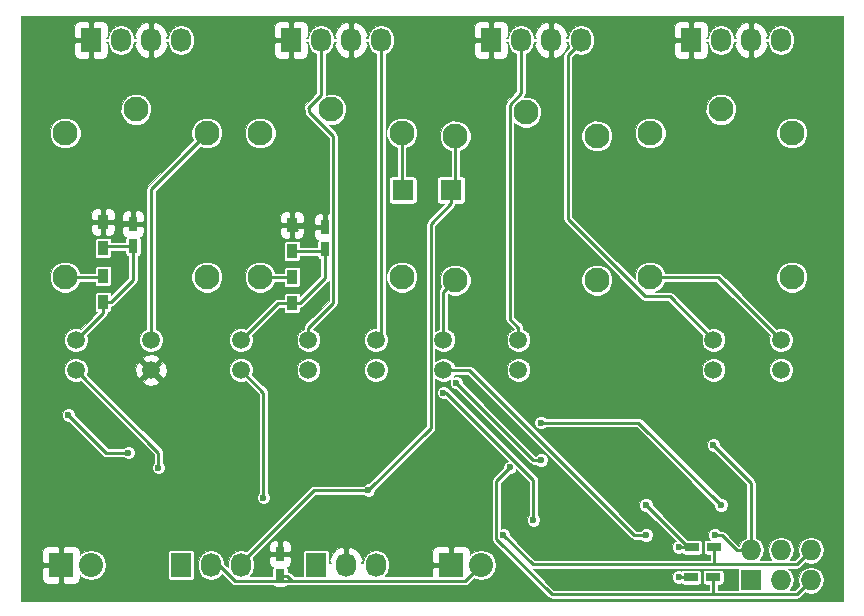
<source format=gbl>
G04 #@! TF.FileFunction,Copper,L2,Bot,Signal*
%FSLAX46Y46*%
G04 Gerber Fmt 4.6, Leading zero omitted, Abs format (unit mm)*
G04 Created by KiCad (PCBNEW (2015-10-25 BZR 6279)-product) date Monday 26. October 2015 20.42.08*
%MOMM*%
G01*
G04 APERTURE LIST*
%ADD10C,0.100000*%
%ADD11R,0.900000X1.200000*%
%ADD12C,2.100000*%
%ADD13C,1.501140*%
%ADD14R,1.798320X1.767840*%
%ADD15R,1.727200X2.032000*%
%ADD16O,1.727200X2.032000*%
%ADD17R,1.727200X1.727200*%
%ADD18O,1.727200X1.727200*%
%ADD19R,2.032000X2.032000*%
%ADD20O,2.032000X2.032000*%
%ADD21R,0.750000X1.200000*%
%ADD22R,1.200000X0.750000*%
%ADD23C,0.600000*%
%ADD24C,0.250000*%
%ADD25C,0.120000*%
G04 APERTURE END LIST*
D10*
D11*
X152146000Y-89492000D03*
X152146000Y-87292000D03*
D12*
X160940000Y-75180000D03*
X160940000Y-87380000D03*
X148940000Y-75180000D03*
X148940000Y-87380000D03*
X154940000Y-73180000D03*
D13*
X169545000Y-92710000D03*
X169545000Y-95250000D03*
X149860000Y-92710000D03*
X149860000Y-95250000D03*
X187325000Y-92710000D03*
X187325000Y-95250000D03*
X180975000Y-92710000D03*
X180975000Y-95250000D03*
X175260000Y-92710000D03*
X175260000Y-95250000D03*
X163830000Y-92710000D03*
X163830000Y-95250000D03*
X203835000Y-92710000D03*
X203835000Y-95250000D03*
X209550000Y-92710000D03*
X209550000Y-95250000D03*
X156210000Y-95250000D03*
X156210000Y-92710000D03*
D14*
X181610000Y-80010000D03*
X177530760Y-80010000D03*
D12*
X193960000Y-75430000D03*
X193960000Y-87630000D03*
X181960000Y-75430000D03*
X181960000Y-87630000D03*
X187960000Y-73430000D03*
X177450000Y-75180000D03*
X177450000Y-87380000D03*
X165450000Y-75180000D03*
X165450000Y-87380000D03*
X171450000Y-73180000D03*
X210470000Y-75180000D03*
X210470000Y-87380000D03*
X198470000Y-75180000D03*
X198470000Y-87380000D03*
X204470000Y-73180000D03*
D15*
X170180000Y-111760000D03*
D16*
X172720000Y-111760000D03*
X175260000Y-111760000D03*
D15*
X158750000Y-111760000D03*
D16*
X161290000Y-111760000D03*
X163830000Y-111760000D03*
D17*
X207010000Y-113030000D03*
D18*
X207010000Y-110490000D03*
X209550000Y-113030000D03*
X209550000Y-110490000D03*
X212090000Y-113030000D03*
X212090000Y-110490000D03*
D19*
X181610000Y-111760000D03*
D20*
X184150000Y-111760000D03*
D19*
X148590000Y-111760000D03*
D20*
X151130000Y-111760000D03*
D15*
X201929999Y-67310000D03*
D16*
X204469999Y-67310000D03*
X207009999Y-67310000D03*
X209549999Y-67310000D03*
D15*
X184996666Y-67310000D03*
D16*
X187536666Y-67310000D03*
X190076666Y-67310000D03*
X192616666Y-67310000D03*
D15*
X151130000Y-67310000D03*
D16*
X153670000Y-67310000D03*
X156210000Y-67310000D03*
X158750000Y-67310000D03*
D15*
X168063333Y-67310000D03*
D16*
X170603333Y-67310000D03*
X173143333Y-67310000D03*
X175683333Y-67310000D03*
D21*
X170942000Y-85024000D03*
X170942000Y-83124000D03*
X154686000Y-84770000D03*
X154686000Y-82870000D03*
D22*
X201930000Y-112776000D03*
X203830000Y-112776000D03*
X201996000Y-110236000D03*
X203896000Y-110236000D03*
D11*
X168148000Y-82974000D03*
X168148000Y-85174000D03*
X168148000Y-89576000D03*
X168148000Y-87376000D03*
X152146000Y-82720000D03*
X152146000Y-84920000D03*
D21*
X167132000Y-112710000D03*
X167132000Y-110810000D03*
D23*
X182050571Y-96325571D03*
X189230000Y-102870000D03*
X156845000Y-103505000D03*
X198120000Y-109220000D03*
X180975000Y-97155000D03*
X188595000Y-107950000D03*
X165735000Y-106045000D03*
X166878000Y-96774000D03*
X198120000Y-110744000D03*
X158750000Y-104648000D03*
X173228000Y-104648000D03*
X163068000Y-74930000D03*
X179274419Y-87630000D03*
X177800000Y-95758000D03*
X179578000Y-75438000D03*
X179641954Y-77724000D03*
X174244000Y-75805361D03*
X196596000Y-110490000D03*
X188976000Y-96774000D03*
X185928000Y-96774000D03*
X184869757Y-97832243D03*
X182880000Y-99822000D03*
X199390000Y-90170000D03*
X202946000Y-90170000D03*
X202438000Y-88379991D03*
X196596000Y-78740000D03*
X177800000Y-83566000D03*
X186690000Y-107442000D03*
X177292000Y-108712000D03*
X173228000Y-108712000D03*
X169164000Y-109220000D03*
X164084000Y-108204000D03*
X188976000Y-76200000D03*
X164592000Y-99060000D03*
X150368000Y-103632000D03*
X161544000Y-101600000D03*
X161544000Y-105664000D03*
X176276000Y-99568000D03*
X176276000Y-102108000D03*
X178816000Y-103124000D03*
X184404000Y-104765010D03*
X195580000Y-105156000D03*
X190500000Y-112776000D03*
X184404000Y-90424000D03*
X188468000Y-90424000D03*
X188468000Y-87376000D03*
X184404000Y-87376000D03*
X193040000Y-73152000D03*
X190500000Y-73660000D03*
X189992000Y-78740000D03*
X156972000Y-75184000D03*
X174244000Y-73660000D03*
X184404000Y-74168000D03*
X184404000Y-78740000D03*
X174244000Y-77724000D03*
X168148000Y-81280000D03*
X157480000Y-81280000D03*
X154940000Y-81280000D03*
X174625000Y-105410000D03*
X200914000Y-112776000D03*
X200914000Y-110236000D03*
X198120000Y-106680000D03*
X186612418Y-103495010D03*
X204470000Y-106680000D03*
X189230000Y-99695000D03*
X203962000Y-109220000D03*
X203835000Y-101600000D03*
X186055000Y-109220000D03*
X149225000Y-99060000D03*
X154305000Y-102235000D03*
D24*
X170603333Y-71991665D02*
X169620900Y-72974098D01*
X169620900Y-72974098D02*
X169545000Y-73049998D01*
X169545000Y-91648534D02*
X171642001Y-89551533D01*
X171642001Y-89551533D02*
X171642001Y-75407003D01*
X171642001Y-75407003D02*
X169620900Y-73385902D01*
X169620900Y-73385902D02*
X169620900Y-72974098D01*
X170603333Y-67310000D02*
X170603333Y-71991665D01*
X169545000Y-91648534D02*
X169545000Y-92710000D01*
X182050571Y-96325571D02*
X188595000Y-102870000D01*
X188595000Y-102870000D02*
X189230000Y-102870000D01*
X156845000Y-103505000D02*
X156845000Y-102235000D01*
X156845000Y-102235000D02*
X149860000Y-95250000D01*
X187536666Y-67310000D02*
X187536666Y-71818332D01*
X187536666Y-71818332D02*
X186584999Y-72769999D01*
X186584999Y-72769999D02*
X186584999Y-90908533D01*
X186584999Y-90908533D02*
X187325000Y-91648534D01*
X187325000Y-91648534D02*
X187325000Y-92710000D01*
X180975000Y-92710000D02*
X180975000Y-88615000D01*
X180975000Y-88615000D02*
X181960000Y-87630000D01*
X198120000Y-109220000D02*
X197141412Y-109220000D01*
X197141412Y-109220000D02*
X183171412Y-95250000D01*
X183171412Y-95250000D02*
X182036466Y-95250000D01*
X182036466Y-95250000D02*
X180975000Y-95250000D01*
X175683333Y-67310000D02*
X175683333Y-92286667D01*
X175683333Y-92286667D02*
X175260000Y-92710000D01*
X188595000Y-107950000D02*
X188595000Y-104552590D01*
X188595000Y-104552590D02*
X181197410Y-97155000D01*
X181197410Y-97155000D02*
X180975000Y-97155000D01*
X165735000Y-106045000D02*
X165735000Y-97155000D01*
X165735000Y-97155000D02*
X163830000Y-95250000D01*
X203835000Y-92710000D02*
X200130001Y-89005001D01*
X200130001Y-89005001D02*
X198059999Y-89005001D01*
X198059999Y-89005001D02*
X191503066Y-82448068D01*
X191503066Y-82448068D02*
X191503066Y-68576000D01*
X191503066Y-68576000D02*
X192616666Y-67462400D01*
X192616666Y-67462400D02*
X192616666Y-67310000D01*
X198470000Y-87380000D02*
X204220000Y-87380000D01*
X204220000Y-87380000D02*
X209550000Y-92710000D01*
X167640000Y-109220000D02*
X169164000Y-109220000D01*
X167132000Y-109728000D02*
X167640000Y-109220000D01*
X167132000Y-110810000D02*
X167132000Y-109728000D01*
X173000283Y-108939717D02*
X173228000Y-108712000D01*
X170332400Y-109220000D02*
X172720000Y-109220000D01*
X172720000Y-109220000D02*
X173000283Y-108939717D01*
X167318400Y-110359990D02*
X166980020Y-110359990D01*
X170942000Y-83124000D02*
X168298000Y-83124000D01*
X168298000Y-83124000D02*
X168148000Y-82974000D01*
X168552000Y-83378000D02*
X168148000Y-82974000D01*
X168148000Y-82974000D02*
X168148000Y-81280000D01*
X154686000Y-82870000D02*
X154686000Y-81534000D01*
X154686000Y-81534000D02*
X154940000Y-81280000D01*
X152146000Y-82720000D02*
X154536000Y-82720000D01*
X154536000Y-82720000D02*
X154686000Y-82870000D01*
X198120000Y-110744000D02*
X196850000Y-110744000D01*
X196850000Y-110744000D02*
X196596000Y-110490000D01*
X161544000Y-105664000D02*
X159766000Y-105664000D01*
X159766000Y-105664000D02*
X158750000Y-104648000D01*
X176276000Y-102108000D02*
X175768000Y-102108000D01*
X175768000Y-102108000D02*
X173228000Y-104648000D01*
X156972000Y-75184000D02*
X158351001Y-73804999D01*
X158351001Y-73804999D02*
X161942999Y-73804999D01*
X161942999Y-73804999D02*
X163068000Y-74930000D01*
X177800000Y-83566000D02*
X179274419Y-85040419D01*
X179274419Y-85040419D02*
X179274419Y-87630000D01*
X176276000Y-99568000D02*
X176276000Y-97282000D01*
X176276000Y-97282000D02*
X177800000Y-95758000D01*
X179641954Y-77724000D02*
X179641954Y-75501954D01*
X179641954Y-75501954D02*
X179578000Y-75438000D01*
X174244000Y-77724000D02*
X174244000Y-75805361D01*
X174244000Y-73660000D02*
X174244000Y-75805361D01*
X185928000Y-96774000D02*
X188976000Y-96774000D01*
X178816000Y-103124000D02*
X179578000Y-103124000D01*
X179578000Y-103124000D02*
X182880000Y-99822000D01*
X202438000Y-88379991D02*
X202438000Y-89662000D01*
X202438000Y-89662000D02*
X202946000Y-90170000D01*
X173228000Y-108712000D02*
X177292000Y-108712000D01*
X172720000Y-111760000D02*
X172720000Y-109220000D01*
X169164000Y-109220000D02*
X170332400Y-109220000D01*
X172720000Y-111607600D02*
X172720000Y-111760000D01*
X161544000Y-105664000D02*
X164084000Y-108204000D01*
X189992000Y-78740000D02*
X189992000Y-77216000D01*
X189992000Y-77216000D02*
X188976000Y-76200000D01*
X161544000Y-101600000D02*
X162052000Y-101600000D01*
X162052000Y-101600000D02*
X164592000Y-99060000D01*
X148590000Y-111760000D02*
X148590000Y-105410000D01*
X148590000Y-105410000D02*
X150368000Y-103632000D01*
X161544000Y-105664000D02*
X161544000Y-101600000D01*
X176276000Y-102108000D02*
X176276000Y-99568000D01*
X184404000Y-104765010D02*
X180457010Y-104765010D01*
X180457010Y-104765010D02*
X178816000Y-103124000D01*
X188468000Y-87376000D02*
X188468000Y-90424000D01*
X184404000Y-78740000D02*
X184404000Y-87376000D01*
X189992000Y-78740000D02*
X189992000Y-74168000D01*
X189992000Y-74168000D02*
X190500000Y-73660000D01*
X154940000Y-81280000D02*
X154940000Y-77216000D01*
X154940000Y-77216000D02*
X156972000Y-75184000D01*
X184404000Y-78740000D02*
X184404000Y-74168000D01*
X160940000Y-75180000D02*
X156210000Y-79910000D01*
X156210000Y-79910000D02*
X156210000Y-92710000D01*
X177450000Y-75180000D02*
X177450000Y-79929240D01*
X177450000Y-79929240D02*
X177530760Y-80010000D01*
X171293600Y-105410000D02*
X172133534Y-105410000D01*
X172133534Y-105410000D02*
X174625000Y-105410000D01*
X170027600Y-105410000D02*
X172133534Y-105410000D01*
X163830000Y-111760000D02*
X163830000Y-111607600D01*
X163830000Y-111607600D02*
X170027600Y-105410000D01*
X174625000Y-105410000D02*
X179899429Y-100135571D01*
X179899429Y-100135571D02*
X179899429Y-82854491D01*
X179899429Y-82854491D02*
X181610000Y-81143920D01*
X181610000Y-81143920D02*
X181610000Y-80010000D01*
X181960000Y-75430000D02*
X181960000Y-79660000D01*
X181960000Y-79660000D02*
X181610000Y-80010000D01*
X167132000Y-112710000D02*
X167757000Y-112710000D01*
X167757000Y-112710000D02*
X168148001Y-113101001D01*
X168148001Y-113101001D02*
X169092999Y-113101001D01*
X169056399Y-113101001D02*
X169301616Y-113101001D01*
X169301616Y-113101001D02*
X182808999Y-113101001D01*
X161290000Y-111760000D02*
X161996652Y-111760000D01*
X161996652Y-111760000D02*
X163337662Y-113101010D01*
X163337662Y-113101010D02*
X169092990Y-113101010D01*
X169092990Y-113101010D02*
X169092999Y-113101001D01*
X169092999Y-113101001D02*
X169301616Y-113101001D01*
X182808999Y-113101001D02*
X183134001Y-112775999D01*
X183134001Y-112775999D02*
X184150000Y-111760000D01*
X200914000Y-112776000D02*
X201930000Y-112776000D01*
X201996000Y-110236000D02*
X200914000Y-110236000D01*
X198120000Y-106680000D02*
X201676000Y-110236000D01*
X201676000Y-110236000D02*
X201996000Y-110236000D01*
X152146000Y-89492000D02*
X152146000Y-90424000D01*
X152146000Y-90424000D02*
X149860000Y-92710000D01*
X154686000Y-84770000D02*
X152296000Y-84770000D01*
X152296000Y-84770000D02*
X152146000Y-84920000D01*
X152146000Y-89492000D02*
X152846000Y-89492000D01*
X152846000Y-89492000D02*
X154686000Y-87652000D01*
X154686000Y-87652000D02*
X154686000Y-85620000D01*
X154686000Y-85620000D02*
X154686000Y-84770000D01*
X170942000Y-85024000D02*
X170942000Y-87482000D01*
X170942000Y-87482000D02*
X168848000Y-89576000D01*
X168848000Y-89576000D02*
X168148000Y-89576000D01*
X168148000Y-85174000D02*
X170792000Y-85174000D01*
X170792000Y-85174000D02*
X170942000Y-85024000D01*
X168252000Y-85278000D02*
X168148000Y-85174000D01*
X168148000Y-89576000D02*
X166964000Y-89576000D01*
X166964000Y-89576000D02*
X163830000Y-92710000D01*
X190128599Y-114218601D02*
X203820827Y-114218601D01*
X203820827Y-114218601D02*
X210901399Y-114218601D01*
X203830000Y-112776000D02*
X203830000Y-114209428D01*
X203830000Y-114209428D02*
X203820827Y-114218601D01*
X186612418Y-103495010D02*
X185429999Y-104677429D01*
X210901399Y-114218601D02*
X211226401Y-113893599D01*
X185429999Y-104677429D02*
X185429999Y-109520001D01*
X185429999Y-109520001D02*
X190128599Y-114218601D01*
X211226401Y-113893599D02*
X212090000Y-113030000D01*
X189230000Y-99695000D02*
X197485000Y-99695000D01*
X197485000Y-99695000D02*
X204470000Y-106680000D01*
X207010000Y-110490000D02*
X205788686Y-110490000D01*
X205788686Y-110490000D02*
X204518686Y-109220000D01*
X204518686Y-109220000D02*
X203962000Y-109220000D01*
X207010000Y-110490000D02*
X207010000Y-104775000D01*
X207010000Y-104775000D02*
X203835000Y-101600000D01*
X188513601Y-111678601D02*
X203913759Y-111678601D01*
X203913759Y-111678601D02*
X210901399Y-111678601D01*
X203896000Y-110236000D02*
X203896000Y-111660842D01*
X203896000Y-111660842D02*
X203913759Y-111678601D01*
X186055000Y-109220000D02*
X188513601Y-111678601D01*
X210901399Y-111678601D02*
X211226401Y-111353599D01*
X211226401Y-111353599D02*
X212090000Y-110490000D01*
X148940000Y-87380000D02*
X152058000Y-87380000D01*
X152058000Y-87380000D02*
X152146000Y-87292000D01*
X165450000Y-87380000D02*
X168144000Y-87380000D01*
X168144000Y-87380000D02*
X168148000Y-87376000D01*
X154305000Y-102235000D02*
X152400000Y-102235000D01*
X152400000Y-102235000D02*
X149225000Y-99060000D01*
D25*
G36*
X214770000Y-114770000D02*
X145230000Y-114770000D01*
X145230000Y-112096000D01*
X147006000Y-112096000D01*
X147006000Y-112888982D01*
X147092473Y-113097746D01*
X147252254Y-113257527D01*
X147461018Y-113344000D01*
X148254000Y-113344000D01*
X148396000Y-113202000D01*
X148396000Y-111954000D01*
X147148000Y-111954000D01*
X147006000Y-112096000D01*
X145230000Y-112096000D01*
X145230000Y-110631018D01*
X147006000Y-110631018D01*
X147006000Y-111424000D01*
X147148000Y-111566000D01*
X148396000Y-111566000D01*
X148396000Y-110318000D01*
X148784000Y-110318000D01*
X148784000Y-111566000D01*
X148804000Y-111566000D01*
X148804000Y-111954000D01*
X148784000Y-111954000D01*
X148784000Y-113202000D01*
X148926000Y-113344000D01*
X149718982Y-113344000D01*
X149927746Y-113257527D01*
X150087527Y-113097746D01*
X150174000Y-112888982D01*
X150174000Y-112606850D01*
X150227732Y-112687266D01*
X150641696Y-112963868D01*
X151130000Y-113060998D01*
X151618304Y-112963868D01*
X152032268Y-112687266D01*
X152308870Y-112273302D01*
X152406000Y-111784998D01*
X152406000Y-111735002D01*
X152308870Y-111246698D01*
X152032268Y-110832734D01*
X151899469Y-110744000D01*
X157621307Y-110744000D01*
X157621307Y-112776000D01*
X157639436Y-112872350D01*
X157696379Y-112960842D01*
X157783264Y-113020207D01*
X157886400Y-113041093D01*
X159613600Y-113041093D01*
X159709950Y-113022964D01*
X159798442Y-112966021D01*
X159857807Y-112879136D01*
X159878693Y-112776000D01*
X159878693Y-111582602D01*
X160166400Y-111582602D01*
X160166400Y-111937398D01*
X160251929Y-112367381D01*
X160495495Y-112731903D01*
X160860017Y-112975469D01*
X161290000Y-113060998D01*
X161719983Y-112975469D01*
X162084505Y-112731903D01*
X162220521Y-112528341D01*
X163065426Y-113373246D01*
X163190329Y-113456704D01*
X163337662Y-113486010D01*
X166561296Y-113486010D01*
X166566979Y-113494842D01*
X166653864Y-113554207D01*
X166757000Y-113575093D01*
X167507000Y-113575093D01*
X167603350Y-113556964D01*
X167691842Y-113500021D01*
X167701415Y-113486010D01*
X169092990Y-113486010D01*
X169093035Y-113486001D01*
X182808999Y-113486001D01*
X182956332Y-113456695D01*
X183081235Y-113373237D01*
X183559134Y-112895338D01*
X183661696Y-112963868D01*
X184150000Y-113060998D01*
X184638304Y-112963868D01*
X185052268Y-112687266D01*
X185328870Y-112273302D01*
X185426000Y-111784998D01*
X185426000Y-111735002D01*
X185328870Y-111246698D01*
X185052268Y-110832734D01*
X184638304Y-110556132D01*
X184150000Y-110459002D01*
X183661696Y-110556132D01*
X183247732Y-110832734D01*
X183194000Y-110913150D01*
X183194000Y-110631018D01*
X183107527Y-110422254D01*
X182947746Y-110262473D01*
X182738982Y-110176000D01*
X181946000Y-110176000D01*
X181804000Y-110318000D01*
X181804000Y-111566000D01*
X181824000Y-111566000D01*
X181824000Y-111954000D01*
X181804000Y-111954000D01*
X181804000Y-111974000D01*
X181416000Y-111974000D01*
X181416000Y-111954000D01*
X180168000Y-111954000D01*
X180026000Y-112096000D01*
X180026000Y-112716001D01*
X176065130Y-112716001D01*
X176298071Y-112367381D01*
X176383600Y-111937398D01*
X176383600Y-111582602D01*
X176298071Y-111152619D01*
X176054505Y-110788097D01*
X175819420Y-110631018D01*
X180026000Y-110631018D01*
X180026000Y-111424000D01*
X180168000Y-111566000D01*
X181416000Y-111566000D01*
X181416000Y-110318000D01*
X181274000Y-110176000D01*
X180481018Y-110176000D01*
X180272254Y-110262473D01*
X180112473Y-110422254D01*
X180026000Y-110631018D01*
X175819420Y-110631018D01*
X175689983Y-110544531D01*
X175260000Y-110459002D01*
X174830017Y-110544531D01*
X174465495Y-110788097D01*
X174221929Y-111152619D01*
X174139703Y-111565998D01*
X174006783Y-111565998D01*
X174124684Y-111343001D01*
X173916501Y-110825593D01*
X173526162Y-110427239D01*
X173133497Y-110237017D01*
X172914000Y-110332676D01*
X172914000Y-111566000D01*
X172934000Y-111566000D01*
X172934000Y-111954000D01*
X172914000Y-111954000D01*
X172914000Y-111974000D01*
X172526000Y-111974000D01*
X172526000Y-111954000D01*
X172506000Y-111954000D01*
X172506000Y-111566000D01*
X172526000Y-111566000D01*
X172526000Y-110332676D01*
X172306503Y-110237017D01*
X171913838Y-110427239D01*
X171523499Y-110825593D01*
X171315316Y-111343001D01*
X171433217Y-111565998D01*
X171308693Y-111565998D01*
X171308693Y-110744000D01*
X171290564Y-110647650D01*
X171233621Y-110559158D01*
X171146736Y-110499793D01*
X171043600Y-110478907D01*
X169316400Y-110478907D01*
X169220050Y-110497036D01*
X169131558Y-110553979D01*
X169072193Y-110640864D01*
X169051307Y-110744000D01*
X169051307Y-112716001D01*
X168307473Y-112716001D01*
X168029236Y-112437764D01*
X167904333Y-112354306D01*
X167772093Y-112328002D01*
X167772093Y-112110000D01*
X167753964Y-112013650D01*
X167707655Y-111941684D01*
X167828746Y-111891527D01*
X167988527Y-111731746D01*
X168075000Y-111522982D01*
X168075000Y-111146000D01*
X167933000Y-111004000D01*
X167319500Y-111004000D01*
X167319500Y-111024000D01*
X166944500Y-111024000D01*
X166944500Y-111004000D01*
X166331000Y-111004000D01*
X166189000Y-111146000D01*
X166189000Y-111522982D01*
X166275473Y-111731746D01*
X166435254Y-111891527D01*
X166557111Y-111942002D01*
X166512793Y-112006864D01*
X166491907Y-112110000D01*
X166491907Y-112716010D01*
X164635124Y-112716010D01*
X164868071Y-112367381D01*
X164953600Y-111937398D01*
X164953600Y-111582602D01*
X164868071Y-111152619D01*
X164852603Y-111129469D01*
X165885054Y-110097018D01*
X166189000Y-110097018D01*
X166189000Y-110474000D01*
X166331000Y-110616000D01*
X166944500Y-110616000D01*
X166944500Y-109784000D01*
X167319500Y-109784000D01*
X167319500Y-110616000D01*
X167933000Y-110616000D01*
X168075000Y-110474000D01*
X168075000Y-110097018D01*
X167988527Y-109888254D01*
X167828746Y-109728473D01*
X167619982Y-109642000D01*
X167461500Y-109642000D01*
X167319500Y-109784000D01*
X166944500Y-109784000D01*
X166802500Y-109642000D01*
X166644018Y-109642000D01*
X166435254Y-109728473D01*
X166275473Y-109888254D01*
X166189000Y-110097018D01*
X165885054Y-110097018D01*
X170187072Y-105795000D01*
X174218059Y-105795000D01*
X174307371Y-105884468D01*
X174513120Y-105969903D01*
X174735902Y-105970097D01*
X174941800Y-105885022D01*
X175099468Y-105727629D01*
X175184903Y-105521880D01*
X175185014Y-105394458D01*
X180171665Y-100407807D01*
X180255123Y-100282904D01*
X180284429Y-100135571D01*
X180284429Y-97265902D01*
X180414903Y-97265902D01*
X180499978Y-97471800D01*
X180657371Y-97629468D01*
X180863120Y-97714903D01*
X181085902Y-97715097D01*
X181175864Y-97677926D01*
X186452927Y-102954989D01*
X186295618Y-103019988D01*
X186137950Y-103177381D01*
X186052515Y-103383130D01*
X186052404Y-103510552D01*
X185157763Y-104405193D01*
X185074305Y-104530096D01*
X185044999Y-104677429D01*
X185044999Y-109520001D01*
X185074305Y-109667334D01*
X185157763Y-109792237D01*
X189856363Y-114490837D01*
X189981266Y-114574295D01*
X190128599Y-114603601D01*
X210901399Y-114603601D01*
X211048732Y-114574295D01*
X211173635Y-114490837D01*
X211608686Y-114055786D01*
X211660017Y-114090084D01*
X212090000Y-114175613D01*
X212519983Y-114090084D01*
X212884505Y-113846518D01*
X213128071Y-113481996D01*
X213213600Y-113052013D01*
X213213600Y-113007987D01*
X213128071Y-112578004D01*
X212884505Y-112213482D01*
X212519983Y-111969916D01*
X212090000Y-111884387D01*
X211660017Y-111969916D01*
X211295495Y-112213482D01*
X211051929Y-112578004D01*
X210966400Y-113007987D01*
X210966400Y-113052013D01*
X211051929Y-113481996D01*
X211068593Y-113506935D01*
X210741927Y-113833601D01*
X210353136Y-113833601D01*
X210588071Y-113481996D01*
X210673600Y-113052013D01*
X210673600Y-113007987D01*
X210588071Y-112578004D01*
X210344505Y-112213482D01*
X210120192Y-112063601D01*
X210901399Y-112063601D01*
X211048732Y-112034295D01*
X211173635Y-111950837D01*
X211608686Y-111515786D01*
X211660017Y-111550084D01*
X212090000Y-111635613D01*
X212519983Y-111550084D01*
X212884505Y-111306518D01*
X213128071Y-110941996D01*
X213213600Y-110512013D01*
X213213600Y-110467987D01*
X213128071Y-110038004D01*
X212884505Y-109673482D01*
X212519983Y-109429916D01*
X212090000Y-109344387D01*
X211660017Y-109429916D01*
X211295495Y-109673482D01*
X211051929Y-110038004D01*
X210966400Y-110467987D01*
X210966400Y-110512013D01*
X211051929Y-110941996D01*
X211068593Y-110966935D01*
X210741927Y-111293601D01*
X210353136Y-111293601D01*
X210588071Y-110941996D01*
X210673600Y-110512013D01*
X210673600Y-110467987D01*
X210588071Y-110038004D01*
X210344505Y-109673482D01*
X209979983Y-109429916D01*
X209550000Y-109344387D01*
X209120017Y-109429916D01*
X208755495Y-109673482D01*
X208511929Y-110038004D01*
X208426400Y-110467987D01*
X208426400Y-110512013D01*
X208511929Y-110941996D01*
X208746864Y-111293601D01*
X207813136Y-111293601D01*
X208048071Y-110941996D01*
X208133600Y-110512013D01*
X208133600Y-110467987D01*
X208048071Y-110038004D01*
X207804505Y-109673482D01*
X207439983Y-109429916D01*
X207395000Y-109420968D01*
X207395000Y-104775000D01*
X207365694Y-104627666D01*
X207282236Y-104502764D01*
X204394987Y-101615515D01*
X204395097Y-101489098D01*
X204310022Y-101283200D01*
X204152629Y-101125532D01*
X203946880Y-101040097D01*
X203724098Y-101039903D01*
X203518200Y-101124978D01*
X203360532Y-101282371D01*
X203275097Y-101488120D01*
X203274903Y-101710902D01*
X203359978Y-101916800D01*
X203517371Y-102074468D01*
X203723120Y-102159903D01*
X203850542Y-102160014D01*
X206625000Y-104934472D01*
X206625000Y-109420968D01*
X206580017Y-109429916D01*
X206215495Y-109673482D01*
X205971929Y-110038004D01*
X205958603Y-110105000D01*
X205948158Y-110105000D01*
X204790922Y-108947764D01*
X204666019Y-108864306D01*
X204518686Y-108835000D01*
X204368941Y-108835000D01*
X204279629Y-108745532D01*
X204073880Y-108660097D01*
X203851098Y-108659903D01*
X203645200Y-108744978D01*
X203487532Y-108902371D01*
X203402097Y-109108120D01*
X203401903Y-109330902D01*
X203486978Y-109536800D01*
X203545982Y-109595907D01*
X203296000Y-109595907D01*
X203199650Y-109614036D01*
X203111158Y-109670979D01*
X203051793Y-109757864D01*
X203030907Y-109861000D01*
X203030907Y-110611000D01*
X203049036Y-110707350D01*
X203105979Y-110795842D01*
X203192864Y-110855207D01*
X203296000Y-110876093D01*
X203511000Y-110876093D01*
X203511000Y-111293601D01*
X188673073Y-111293601D01*
X186614987Y-109235515D01*
X186615097Y-109109098D01*
X186530022Y-108903200D01*
X186372629Y-108745532D01*
X186166880Y-108660097D01*
X185944098Y-108659903D01*
X185814999Y-108713245D01*
X185814999Y-104836901D01*
X186596903Y-104054997D01*
X186723320Y-104055107D01*
X186929218Y-103970032D01*
X187086886Y-103812639D01*
X187152518Y-103654580D01*
X188210000Y-104712062D01*
X188210000Y-107543059D01*
X188120532Y-107632371D01*
X188035097Y-107838120D01*
X188034903Y-108060902D01*
X188119978Y-108266800D01*
X188277371Y-108424468D01*
X188483120Y-108509903D01*
X188705902Y-108510097D01*
X188911800Y-108425022D01*
X189069468Y-108267629D01*
X189154903Y-108061880D01*
X189155097Y-107839098D01*
X189070022Y-107633200D01*
X188980000Y-107543021D01*
X188980000Y-104552590D01*
X188970089Y-104502764D01*
X188950694Y-104405256D01*
X188867236Y-104280354D01*
X181469646Y-96882764D01*
X181467974Y-96881647D01*
X181450022Y-96838200D01*
X181292629Y-96680532D01*
X181086880Y-96595097D01*
X180864098Y-96594903D01*
X180658200Y-96679978D01*
X180500532Y-96837371D01*
X180415097Y-97043120D01*
X180414903Y-97265902D01*
X180284429Y-97265902D01*
X180284429Y-95988633D01*
X180401811Y-96106220D01*
X180773103Y-96260394D01*
X181175133Y-96260745D01*
X181532432Y-96113112D01*
X181490668Y-96213691D01*
X181490474Y-96436473D01*
X181575549Y-96642371D01*
X181732942Y-96800039D01*
X181938691Y-96885474D01*
X182066113Y-96885585D01*
X188322764Y-103142236D01*
X188447666Y-103225694D01*
X188595000Y-103255000D01*
X188823059Y-103255000D01*
X188912371Y-103344468D01*
X189118120Y-103429903D01*
X189340902Y-103430097D01*
X189546800Y-103345022D01*
X189704468Y-103187629D01*
X189789903Y-102981880D01*
X189790097Y-102759098D01*
X189705022Y-102553200D01*
X189547629Y-102395532D01*
X189341880Y-102310097D01*
X189119098Y-102309903D01*
X188913200Y-102394978D01*
X188823021Y-102485000D01*
X188754472Y-102485000D01*
X182610558Y-96341086D01*
X182610668Y-96214669D01*
X182525593Y-96008771D01*
X182368200Y-95851103D01*
X182162451Y-95765668D01*
X181939669Y-95765474D01*
X181837688Y-95807611D01*
X181909363Y-95635000D01*
X183011940Y-95635000D01*
X196869176Y-109492236D01*
X196994079Y-109575694D01*
X197141412Y-109605000D01*
X197713059Y-109605000D01*
X197802371Y-109694468D01*
X198008120Y-109779903D01*
X198230902Y-109780097D01*
X198436800Y-109695022D01*
X198594468Y-109537629D01*
X198679903Y-109331880D01*
X198680097Y-109109098D01*
X198595022Y-108903200D01*
X198437629Y-108745532D01*
X198231880Y-108660097D01*
X198009098Y-108659903D01*
X197803200Y-108744978D01*
X197713021Y-108835000D01*
X197300884Y-108835000D01*
X195256786Y-106790902D01*
X197559903Y-106790902D01*
X197644978Y-106996800D01*
X197802371Y-107154468D01*
X198008120Y-107239903D01*
X198135542Y-107240014D01*
X200639166Y-109743638D01*
X200597200Y-109760978D01*
X200439532Y-109918371D01*
X200354097Y-110124120D01*
X200353903Y-110346902D01*
X200438978Y-110552800D01*
X200596371Y-110710468D01*
X200802120Y-110795903D01*
X201024902Y-110796097D01*
X201168076Y-110736939D01*
X201205979Y-110795842D01*
X201292864Y-110855207D01*
X201396000Y-110876093D01*
X202596000Y-110876093D01*
X202692350Y-110857964D01*
X202780842Y-110801021D01*
X202840207Y-110714136D01*
X202861093Y-110611000D01*
X202861093Y-109861000D01*
X202842964Y-109764650D01*
X202786021Y-109676158D01*
X202699136Y-109616793D01*
X202596000Y-109595907D01*
X201580379Y-109595907D01*
X198679987Y-106695515D01*
X198680097Y-106569098D01*
X198595022Y-106363200D01*
X198437629Y-106205532D01*
X198231880Y-106120097D01*
X198009098Y-106119903D01*
X197803200Y-106204978D01*
X197645532Y-106362371D01*
X197560097Y-106568120D01*
X197559903Y-106790902D01*
X195256786Y-106790902D01*
X188271786Y-99805902D01*
X188669903Y-99805902D01*
X188754978Y-100011800D01*
X188912371Y-100169468D01*
X189118120Y-100254903D01*
X189340902Y-100255097D01*
X189546800Y-100170022D01*
X189636979Y-100080000D01*
X197325528Y-100080000D01*
X203910013Y-106664485D01*
X203909903Y-106790902D01*
X203994978Y-106996800D01*
X204152371Y-107154468D01*
X204358120Y-107239903D01*
X204580902Y-107240097D01*
X204786800Y-107155022D01*
X204944468Y-106997629D01*
X205029903Y-106791880D01*
X205030097Y-106569098D01*
X204945022Y-106363200D01*
X204787629Y-106205532D01*
X204581880Y-106120097D01*
X204454458Y-106119986D01*
X197757236Y-99422764D01*
X197632333Y-99339306D01*
X197485000Y-99310000D01*
X189636941Y-99310000D01*
X189547629Y-99220532D01*
X189341880Y-99135097D01*
X189119098Y-99134903D01*
X188913200Y-99219978D01*
X188755532Y-99377371D01*
X188670097Y-99583120D01*
X188669903Y-99805902D01*
X188271786Y-99805902D01*
X183916017Y-95450133D01*
X186314255Y-95450133D01*
X186467781Y-95821694D01*
X186751811Y-96106220D01*
X187123103Y-96260394D01*
X187525133Y-96260745D01*
X187896694Y-96107219D01*
X188181220Y-95823189D01*
X188335394Y-95451897D01*
X188335395Y-95450133D01*
X202824255Y-95450133D01*
X202977781Y-95821694D01*
X203261811Y-96106220D01*
X203633103Y-96260394D01*
X204035133Y-96260745D01*
X204406694Y-96107219D01*
X204691220Y-95823189D01*
X204845394Y-95451897D01*
X204845395Y-95450133D01*
X208539255Y-95450133D01*
X208692781Y-95821694D01*
X208976811Y-96106220D01*
X209348103Y-96260394D01*
X209750133Y-96260745D01*
X210121694Y-96107219D01*
X210406220Y-95823189D01*
X210560394Y-95451897D01*
X210560745Y-95049867D01*
X210407219Y-94678306D01*
X210123189Y-94393780D01*
X209751897Y-94239606D01*
X209349867Y-94239255D01*
X208978306Y-94392781D01*
X208693780Y-94676811D01*
X208539606Y-95048103D01*
X208539255Y-95450133D01*
X204845395Y-95450133D01*
X204845745Y-95049867D01*
X204692219Y-94678306D01*
X204408189Y-94393780D01*
X204036897Y-94239606D01*
X203634867Y-94239255D01*
X203263306Y-94392781D01*
X202978780Y-94676811D01*
X202824606Y-95048103D01*
X202824255Y-95450133D01*
X188335395Y-95450133D01*
X188335745Y-95049867D01*
X188182219Y-94678306D01*
X187898189Y-94393780D01*
X187526897Y-94239606D01*
X187124867Y-94239255D01*
X186753306Y-94392781D01*
X186468780Y-94676811D01*
X186314606Y-95048103D01*
X186314255Y-95450133D01*
X183916017Y-95450133D01*
X183443648Y-94977764D01*
X183318745Y-94894306D01*
X183171412Y-94865000D01*
X181909359Y-94865000D01*
X181832219Y-94678306D01*
X181548189Y-94393780D01*
X181176897Y-94239606D01*
X180774867Y-94239255D01*
X180403306Y-94392781D01*
X180284429Y-94511451D01*
X180284429Y-93448633D01*
X180401811Y-93566220D01*
X180773103Y-93720394D01*
X181175133Y-93720745D01*
X181546694Y-93567219D01*
X181831220Y-93283189D01*
X181985394Y-92911897D01*
X181985745Y-92509867D01*
X181832219Y-92138306D01*
X181548189Y-91853780D01*
X181360000Y-91775637D01*
X181360000Y-88799305D01*
X181698282Y-88939772D01*
X182219432Y-88940226D01*
X182701086Y-88741211D01*
X183069916Y-88373024D01*
X183269772Y-87891718D01*
X183270226Y-87370568D01*
X183071211Y-86888914D01*
X182703024Y-86520084D01*
X182221718Y-86320228D01*
X181700568Y-86319774D01*
X181218914Y-86518789D01*
X180850084Y-86886976D01*
X180650228Y-87368282D01*
X180649774Y-87889432D01*
X180797813Y-88247715D01*
X180702764Y-88342764D01*
X180619306Y-88467667D01*
X180590000Y-88615000D01*
X180590000Y-91775641D01*
X180403306Y-91852781D01*
X180284429Y-91971451D01*
X180284429Y-83013963D01*
X181882236Y-81416156D01*
X181965694Y-81291253D01*
X181991998Y-81159013D01*
X182509160Y-81159013D01*
X182605510Y-81140884D01*
X182694002Y-81083941D01*
X182753367Y-80997056D01*
X182774253Y-80893920D01*
X182774253Y-79126080D01*
X182756124Y-79029730D01*
X182699181Y-78941238D01*
X182612296Y-78881873D01*
X182509160Y-78860987D01*
X182345000Y-78860987D01*
X182345000Y-76688342D01*
X182701086Y-76541211D01*
X183069916Y-76173024D01*
X183269772Y-75691718D01*
X183270226Y-75170568D01*
X183071211Y-74688914D01*
X182703024Y-74320084D01*
X182221718Y-74120228D01*
X181700568Y-74119774D01*
X181218914Y-74318789D01*
X180850084Y-74686976D01*
X180650228Y-75168282D01*
X180649774Y-75689432D01*
X180848789Y-76171086D01*
X181216976Y-76539916D01*
X181575000Y-76688581D01*
X181575000Y-78860987D01*
X180710840Y-78860987D01*
X180614490Y-78879116D01*
X180525998Y-78936059D01*
X180466633Y-79022944D01*
X180445747Y-79126080D01*
X180445747Y-80893920D01*
X180463876Y-80990270D01*
X180520819Y-81078762D01*
X180607704Y-81138127D01*
X180710840Y-81159013D01*
X181050435Y-81159013D01*
X179627193Y-82582255D01*
X179543735Y-82707158D01*
X179514429Y-82854491D01*
X179514429Y-99976099D01*
X174640515Y-104850013D01*
X174514098Y-104849903D01*
X174308200Y-104934978D01*
X174218021Y-105025000D01*
X170027600Y-105025000D01*
X169880267Y-105054306D01*
X169755364Y-105137764D01*
X164313103Y-110580025D01*
X164259983Y-110544531D01*
X163830000Y-110459002D01*
X163400017Y-110544531D01*
X163035495Y-110788097D01*
X162791929Y-111152619D01*
X162706400Y-111582602D01*
X162706400Y-111925276D01*
X162413600Y-111632476D01*
X162413600Y-111582602D01*
X162328071Y-111152619D01*
X162084505Y-110788097D01*
X161719983Y-110544531D01*
X161290000Y-110459002D01*
X160860017Y-110544531D01*
X160495495Y-110788097D01*
X160251929Y-111152619D01*
X160166400Y-111582602D01*
X159878693Y-111582602D01*
X159878693Y-110744000D01*
X159860564Y-110647650D01*
X159803621Y-110559158D01*
X159716736Y-110499793D01*
X159613600Y-110478907D01*
X157886400Y-110478907D01*
X157790050Y-110497036D01*
X157701558Y-110553979D01*
X157642193Y-110640864D01*
X157621307Y-110744000D01*
X151899469Y-110744000D01*
X151618304Y-110556132D01*
X151130000Y-110459002D01*
X150641696Y-110556132D01*
X150227732Y-110832734D01*
X150174000Y-110913150D01*
X150174000Y-110631018D01*
X150087527Y-110422254D01*
X149927746Y-110262473D01*
X149718982Y-110176000D01*
X148926000Y-110176000D01*
X148784000Y-110318000D01*
X148396000Y-110318000D01*
X148254000Y-110176000D01*
X147461018Y-110176000D01*
X147252254Y-110262473D01*
X147092473Y-110422254D01*
X147006000Y-110631018D01*
X145230000Y-110631018D01*
X145230000Y-99170902D01*
X148664903Y-99170902D01*
X148749978Y-99376800D01*
X148907371Y-99534468D01*
X149113120Y-99619903D01*
X149240542Y-99620014D01*
X152127764Y-102507236D01*
X152252666Y-102590694D01*
X152400000Y-102620000D01*
X153898059Y-102620000D01*
X153987371Y-102709468D01*
X154193120Y-102794903D01*
X154415902Y-102795097D01*
X154621800Y-102710022D01*
X154779468Y-102552629D01*
X154864903Y-102346880D01*
X154865097Y-102124098D01*
X154780022Y-101918200D01*
X154622629Y-101760532D01*
X154416880Y-101675097D01*
X154194098Y-101674903D01*
X153988200Y-101759978D01*
X153898021Y-101850000D01*
X152559472Y-101850000D01*
X149784987Y-99075515D01*
X149785097Y-98949098D01*
X149700022Y-98743200D01*
X149542629Y-98585532D01*
X149336880Y-98500097D01*
X149114098Y-98499903D01*
X148908200Y-98584978D01*
X148750532Y-98742371D01*
X148665097Y-98948120D01*
X148664903Y-99170902D01*
X145230000Y-99170902D01*
X145230000Y-95450133D01*
X148849255Y-95450133D01*
X149002781Y-95821694D01*
X149286811Y-96106220D01*
X149658103Y-96260394D01*
X150060133Y-96260745D01*
X150248458Y-96182930D01*
X156460000Y-102394472D01*
X156460000Y-103098059D01*
X156370532Y-103187371D01*
X156285097Y-103393120D01*
X156284903Y-103615902D01*
X156369978Y-103821800D01*
X156527371Y-103979468D01*
X156733120Y-104064903D01*
X156955902Y-104065097D01*
X157161800Y-103980022D01*
X157319468Y-103822629D01*
X157404903Y-103616880D01*
X157405097Y-103394098D01*
X157320022Y-103188200D01*
X157230000Y-103098021D01*
X157230000Y-102235000D01*
X157200694Y-102087667D01*
X157117236Y-101962764D01*
X151380738Y-96226266D01*
X155508092Y-96226266D01*
X155585000Y-96440291D01*
X156088080Y-96588862D01*
X156609721Y-96533605D01*
X156835000Y-96440291D01*
X156911908Y-96226266D01*
X156210000Y-95524357D01*
X155508092Y-96226266D01*
X151380738Y-96226266D01*
X150792928Y-95638456D01*
X150870394Y-95451897D01*
X150870676Y-95128080D01*
X154871138Y-95128080D01*
X154926395Y-95649721D01*
X155019709Y-95875000D01*
X155233734Y-95951908D01*
X155935643Y-95250000D01*
X156484357Y-95250000D01*
X157186266Y-95951908D01*
X157400291Y-95875000D01*
X157525763Y-95450133D01*
X162819255Y-95450133D01*
X162972781Y-95821694D01*
X163256811Y-96106220D01*
X163628103Y-96260394D01*
X164030133Y-96260745D01*
X164218458Y-96182930D01*
X165350000Y-97314472D01*
X165350000Y-105638059D01*
X165260532Y-105727371D01*
X165175097Y-105933120D01*
X165174903Y-106155902D01*
X165259978Y-106361800D01*
X165417371Y-106519468D01*
X165623120Y-106604903D01*
X165845902Y-106605097D01*
X166051800Y-106520022D01*
X166209468Y-106362629D01*
X166294903Y-106156880D01*
X166295097Y-105934098D01*
X166210022Y-105728200D01*
X166120000Y-105638021D01*
X166120000Y-97155000D01*
X166090694Y-97007667D01*
X166007236Y-96882764D01*
X164762928Y-95638456D01*
X164840394Y-95451897D01*
X164840395Y-95450133D01*
X168534255Y-95450133D01*
X168687781Y-95821694D01*
X168971811Y-96106220D01*
X169343103Y-96260394D01*
X169745133Y-96260745D01*
X170116694Y-96107219D01*
X170401220Y-95823189D01*
X170555394Y-95451897D01*
X170555395Y-95450133D01*
X174249255Y-95450133D01*
X174402781Y-95821694D01*
X174686811Y-96106220D01*
X175058103Y-96260394D01*
X175460133Y-96260745D01*
X175831694Y-96107219D01*
X176116220Y-95823189D01*
X176270394Y-95451897D01*
X176270745Y-95049867D01*
X176117219Y-94678306D01*
X175833189Y-94393780D01*
X175461897Y-94239606D01*
X175059867Y-94239255D01*
X174688306Y-94392781D01*
X174403780Y-94676811D01*
X174249606Y-95048103D01*
X174249255Y-95450133D01*
X170555395Y-95450133D01*
X170555745Y-95049867D01*
X170402219Y-94678306D01*
X170118189Y-94393780D01*
X169746897Y-94239606D01*
X169344867Y-94239255D01*
X168973306Y-94392781D01*
X168688780Y-94676811D01*
X168534606Y-95048103D01*
X168534255Y-95450133D01*
X164840395Y-95450133D01*
X164840745Y-95049867D01*
X164687219Y-94678306D01*
X164403189Y-94393780D01*
X164031897Y-94239606D01*
X163629867Y-94239255D01*
X163258306Y-94392781D01*
X162973780Y-94676811D01*
X162819606Y-95048103D01*
X162819255Y-95450133D01*
X157525763Y-95450133D01*
X157548862Y-95371920D01*
X157493605Y-94850279D01*
X157400291Y-94625000D01*
X157186266Y-94548092D01*
X156484357Y-95250000D01*
X155935643Y-95250000D01*
X155233734Y-94548092D01*
X155019709Y-94625000D01*
X154871138Y-95128080D01*
X150870676Y-95128080D01*
X150870745Y-95049867D01*
X150717219Y-94678306D01*
X150433189Y-94393780D01*
X150144087Y-94273734D01*
X155508092Y-94273734D01*
X156210000Y-94975643D01*
X156911908Y-94273734D01*
X156835000Y-94059709D01*
X156331920Y-93911138D01*
X155810279Y-93966395D01*
X155585000Y-94059709D01*
X155508092Y-94273734D01*
X150144087Y-94273734D01*
X150061897Y-94239606D01*
X149659867Y-94239255D01*
X149288306Y-94392781D01*
X149003780Y-94676811D01*
X148849606Y-95048103D01*
X148849255Y-95450133D01*
X145230000Y-95450133D01*
X145230000Y-92910133D01*
X148849255Y-92910133D01*
X149002781Y-93281694D01*
X149286811Y-93566220D01*
X149658103Y-93720394D01*
X150060133Y-93720745D01*
X150431694Y-93567219D01*
X150716220Y-93283189D01*
X150870394Y-92911897D01*
X150870395Y-92910133D01*
X155199255Y-92910133D01*
X155352781Y-93281694D01*
X155636811Y-93566220D01*
X156008103Y-93720394D01*
X156410133Y-93720745D01*
X156781694Y-93567219D01*
X157066220Y-93283189D01*
X157220394Y-92911897D01*
X157220395Y-92910133D01*
X162819255Y-92910133D01*
X162972781Y-93281694D01*
X163256811Y-93566220D01*
X163628103Y-93720394D01*
X164030133Y-93720745D01*
X164401694Y-93567219D01*
X164686220Y-93283189D01*
X164840394Y-92911897D01*
X164840745Y-92509867D01*
X164762930Y-92321542D01*
X167123472Y-89961000D01*
X167432907Y-89961000D01*
X167432907Y-90176000D01*
X167451036Y-90272350D01*
X167507979Y-90360842D01*
X167594864Y-90420207D01*
X167698000Y-90441093D01*
X168598000Y-90441093D01*
X168694350Y-90422964D01*
X168782842Y-90366021D01*
X168842207Y-90279136D01*
X168863093Y-90176000D01*
X168863093Y-89957998D01*
X168995333Y-89931694D01*
X169120236Y-89848236D01*
X171214236Y-87754236D01*
X171257001Y-87690235D01*
X171257001Y-89392061D01*
X169272764Y-91376298D01*
X169189306Y-91501201D01*
X169160000Y-91648534D01*
X169160000Y-91775641D01*
X168973306Y-91852781D01*
X168688780Y-92136811D01*
X168534606Y-92508103D01*
X168534255Y-92910133D01*
X168687781Y-93281694D01*
X168971811Y-93566220D01*
X169343103Y-93720394D01*
X169745133Y-93720745D01*
X170116694Y-93567219D01*
X170401220Y-93283189D01*
X170555394Y-92911897D01*
X170555745Y-92509867D01*
X170402219Y-92138306D01*
X170118189Y-91853780D01*
X169952872Y-91785134D01*
X171914237Y-89823769D01*
X171997695Y-89698867D01*
X172027001Y-89551533D01*
X172027001Y-75407003D01*
X171997695Y-75259670D01*
X171914237Y-75134767D01*
X171269313Y-74489843D01*
X171709432Y-74490226D01*
X172191086Y-74291211D01*
X172559916Y-73923024D01*
X172759772Y-73441718D01*
X172760226Y-72920568D01*
X172561211Y-72438914D01*
X172193024Y-72070084D01*
X171711718Y-71870228D01*
X171190568Y-71869774D01*
X170988333Y-71953336D01*
X170988333Y-68534417D01*
X171033316Y-68525469D01*
X171397838Y-68281903D01*
X171641404Y-67917381D01*
X171723630Y-67504002D01*
X171856550Y-67504002D01*
X171738649Y-67726999D01*
X171946832Y-68244407D01*
X172337171Y-68642761D01*
X172729836Y-68832983D01*
X172949333Y-68737324D01*
X172949333Y-67504000D01*
X172929333Y-67504000D01*
X172929333Y-67116000D01*
X172949333Y-67116000D01*
X172949333Y-65882676D01*
X173337333Y-65882676D01*
X173337333Y-67116000D01*
X173357333Y-67116000D01*
X173357333Y-67504000D01*
X173337333Y-67504000D01*
X173337333Y-68737324D01*
X173556830Y-68832983D01*
X173949495Y-68642761D01*
X174339834Y-68244407D01*
X174548017Y-67726999D01*
X174430116Y-67504002D01*
X174563036Y-67504002D01*
X174645262Y-67917381D01*
X174888828Y-68281903D01*
X175253350Y-68525469D01*
X175298333Y-68534417D01*
X175298333Y-91699463D01*
X175059867Y-91699255D01*
X174688306Y-91852781D01*
X174403780Y-92136811D01*
X174249606Y-92508103D01*
X174249255Y-92910133D01*
X174402781Y-93281694D01*
X174686811Y-93566220D01*
X175058103Y-93720394D01*
X175460133Y-93720745D01*
X175831694Y-93567219D01*
X176116220Y-93283189D01*
X176270394Y-92911897D01*
X176270745Y-92509867D01*
X176117219Y-92138306D01*
X176068333Y-92089335D01*
X176068333Y-87639432D01*
X176139774Y-87639432D01*
X176338789Y-88121086D01*
X176706976Y-88489916D01*
X177188282Y-88689772D01*
X177709432Y-88690226D01*
X178191086Y-88491211D01*
X178559916Y-88123024D01*
X178759772Y-87641718D01*
X178760226Y-87120568D01*
X178561211Y-86638914D01*
X178193024Y-86270084D01*
X177711718Y-86070228D01*
X177190568Y-86069774D01*
X176708914Y-86268789D01*
X176340084Y-86636976D01*
X176140228Y-87118282D01*
X176139774Y-87639432D01*
X176068333Y-87639432D01*
X176068333Y-75439432D01*
X176139774Y-75439432D01*
X176338789Y-75921086D01*
X176706976Y-76289916D01*
X177065000Y-76438581D01*
X177065000Y-78860987D01*
X176631600Y-78860987D01*
X176535250Y-78879116D01*
X176446758Y-78936059D01*
X176387393Y-79022944D01*
X176366507Y-79126080D01*
X176366507Y-80893920D01*
X176384636Y-80990270D01*
X176441579Y-81078762D01*
X176528464Y-81138127D01*
X176631600Y-81159013D01*
X178429920Y-81159013D01*
X178526270Y-81140884D01*
X178614762Y-81083941D01*
X178674127Y-80997056D01*
X178695013Y-80893920D01*
X178695013Y-79126080D01*
X178676884Y-79029730D01*
X178619941Y-78941238D01*
X178533056Y-78881873D01*
X178429920Y-78860987D01*
X177835000Y-78860987D01*
X177835000Y-76438342D01*
X178191086Y-76291211D01*
X178559916Y-75923024D01*
X178759772Y-75441718D01*
X178760226Y-74920568D01*
X178561211Y-74438914D01*
X178193024Y-74070084D01*
X177711718Y-73870228D01*
X177190568Y-73869774D01*
X176708914Y-74068789D01*
X176340084Y-74436976D01*
X176140228Y-74918282D01*
X176139774Y-75439432D01*
X176068333Y-75439432D01*
X176068333Y-68534417D01*
X176113316Y-68525469D01*
X176477838Y-68281903D01*
X176721404Y-67917381D01*
X176775385Y-67646000D01*
X183565066Y-67646000D01*
X183565066Y-68438982D01*
X183651539Y-68647746D01*
X183811320Y-68807527D01*
X184020084Y-68894000D01*
X184660666Y-68894000D01*
X184802666Y-68752000D01*
X184802666Y-67504000D01*
X183707066Y-67504000D01*
X183565066Y-67646000D01*
X176775385Y-67646000D01*
X176806933Y-67487398D01*
X176806933Y-67132602D01*
X176721404Y-66702619D01*
X176477838Y-66338097D01*
X176242753Y-66181018D01*
X183565066Y-66181018D01*
X183565066Y-66974000D01*
X183707066Y-67116000D01*
X184802666Y-67116000D01*
X184802666Y-65868000D01*
X185190666Y-65868000D01*
X185190666Y-67116000D01*
X185210666Y-67116000D01*
X185210666Y-67504000D01*
X185190666Y-67504000D01*
X185190666Y-68752000D01*
X185332666Y-68894000D01*
X185973248Y-68894000D01*
X186182012Y-68807527D01*
X186341793Y-68647746D01*
X186428266Y-68438982D01*
X186428266Y-67646000D01*
X186286268Y-67504002D01*
X186416369Y-67504002D01*
X186498595Y-67917381D01*
X186742161Y-68281903D01*
X187106683Y-68525469D01*
X187151666Y-68534417D01*
X187151666Y-71658860D01*
X186312763Y-72497763D01*
X186229305Y-72622666D01*
X186199999Y-72769999D01*
X186199999Y-90908533D01*
X186229305Y-91055866D01*
X186312763Y-91180769D01*
X186917098Y-91785104D01*
X186753306Y-91852781D01*
X186468780Y-92136811D01*
X186314606Y-92508103D01*
X186314255Y-92910133D01*
X186467781Y-93281694D01*
X186751811Y-93566220D01*
X187123103Y-93720394D01*
X187525133Y-93720745D01*
X187896694Y-93567219D01*
X188181220Y-93283189D01*
X188335394Y-92911897D01*
X188335745Y-92509867D01*
X188182219Y-92138306D01*
X187898189Y-91853780D01*
X187710000Y-91775637D01*
X187710000Y-91648534D01*
X187680694Y-91501201D01*
X187597236Y-91376298D01*
X186969999Y-90749061D01*
X186969999Y-87889432D01*
X192649774Y-87889432D01*
X192848789Y-88371086D01*
X193216976Y-88739916D01*
X193698282Y-88939772D01*
X194219432Y-88940226D01*
X194701086Y-88741211D01*
X195069916Y-88373024D01*
X195269772Y-87891718D01*
X195270226Y-87370568D01*
X195071211Y-86888914D01*
X194703024Y-86520084D01*
X194221718Y-86320228D01*
X193700568Y-86319774D01*
X193218914Y-86518789D01*
X192850084Y-86886976D01*
X192650228Y-87368282D01*
X192649774Y-87889432D01*
X186969999Y-87889432D01*
X186969999Y-74292508D01*
X187216976Y-74539916D01*
X187698282Y-74739772D01*
X188219432Y-74740226D01*
X188701086Y-74541211D01*
X189069916Y-74173024D01*
X189269772Y-73691718D01*
X189270226Y-73170568D01*
X189071211Y-72688914D01*
X188703024Y-72320084D01*
X188221718Y-72120228D01*
X187779627Y-72119843D01*
X187808902Y-72090568D01*
X187892360Y-71965666D01*
X187921666Y-71818332D01*
X187921666Y-68534417D01*
X187966649Y-68525469D01*
X188331171Y-68281903D01*
X188574737Y-67917381D01*
X188656963Y-67504002D01*
X188789883Y-67504002D01*
X188671982Y-67726999D01*
X188880165Y-68244407D01*
X189270504Y-68642761D01*
X189663169Y-68832983D01*
X189882666Y-68737324D01*
X189882666Y-67504000D01*
X189862666Y-67504000D01*
X189862666Y-67116000D01*
X189882666Y-67116000D01*
X189882666Y-65882676D01*
X190270666Y-65882676D01*
X190270666Y-67116000D01*
X190290666Y-67116000D01*
X190290666Y-67504000D01*
X190270666Y-67504000D01*
X190270666Y-68737324D01*
X190490163Y-68832983D01*
X190882828Y-68642761D01*
X191273167Y-68244407D01*
X191481350Y-67726999D01*
X191363449Y-67504002D01*
X191496369Y-67504002D01*
X191578595Y-67917381D01*
X191594063Y-67940531D01*
X191230830Y-68303764D01*
X191147372Y-68428667D01*
X191118066Y-68576000D01*
X191118066Y-82448068D01*
X191147372Y-82595401D01*
X191230830Y-82720304D01*
X197787763Y-89277237D01*
X197912666Y-89360695D01*
X198059999Y-89390001D01*
X199970529Y-89390001D01*
X202902072Y-92321544D01*
X202824606Y-92508103D01*
X202824255Y-92910133D01*
X202977781Y-93281694D01*
X203261811Y-93566220D01*
X203633103Y-93720394D01*
X204035133Y-93720745D01*
X204406694Y-93567219D01*
X204691220Y-93283189D01*
X204845394Y-92911897D01*
X204845745Y-92509867D01*
X204692219Y-92138306D01*
X204408189Y-91853780D01*
X204036897Y-91699606D01*
X203634867Y-91699255D01*
X203446542Y-91777070D01*
X200402237Y-88732765D01*
X200277334Y-88649307D01*
X200130001Y-88620001D01*
X198899390Y-88620001D01*
X199211086Y-88491211D01*
X199579916Y-88123024D01*
X199728581Y-87765000D01*
X204060528Y-87765000D01*
X208617072Y-92321544D01*
X208539606Y-92508103D01*
X208539255Y-92910133D01*
X208692781Y-93281694D01*
X208976811Y-93566220D01*
X209348103Y-93720394D01*
X209750133Y-93720745D01*
X210121694Y-93567219D01*
X210406220Y-93283189D01*
X210560394Y-92911897D01*
X210560745Y-92509867D01*
X210407219Y-92138306D01*
X210123189Y-91853780D01*
X209751897Y-91699606D01*
X209349867Y-91699255D01*
X209161542Y-91777070D01*
X205023904Y-87639432D01*
X209159774Y-87639432D01*
X209358789Y-88121086D01*
X209726976Y-88489916D01*
X210208282Y-88689772D01*
X210729432Y-88690226D01*
X211211086Y-88491211D01*
X211579916Y-88123024D01*
X211779772Y-87641718D01*
X211780226Y-87120568D01*
X211581211Y-86638914D01*
X211213024Y-86270084D01*
X210731718Y-86070228D01*
X210210568Y-86069774D01*
X209728914Y-86268789D01*
X209360084Y-86636976D01*
X209160228Y-87118282D01*
X209159774Y-87639432D01*
X205023904Y-87639432D01*
X204492236Y-87107764D01*
X204367333Y-87024306D01*
X204220000Y-86995000D01*
X199728342Y-86995000D01*
X199581211Y-86638914D01*
X199213024Y-86270084D01*
X198731718Y-86070228D01*
X198210568Y-86069774D01*
X197728914Y-86268789D01*
X197360084Y-86636976D01*
X197160228Y-87118282D01*
X197159843Y-87560373D01*
X191888066Y-82288596D01*
X191888066Y-75689432D01*
X192649774Y-75689432D01*
X192848789Y-76171086D01*
X193216976Y-76539916D01*
X193698282Y-76739772D01*
X194219432Y-76740226D01*
X194701086Y-76541211D01*
X195069916Y-76173024D01*
X195269772Y-75691718D01*
X195269991Y-75439432D01*
X197159774Y-75439432D01*
X197358789Y-75921086D01*
X197726976Y-76289916D01*
X198208282Y-76489772D01*
X198729432Y-76490226D01*
X199211086Y-76291211D01*
X199579916Y-75923024D01*
X199779772Y-75441718D01*
X199779773Y-75439432D01*
X209159774Y-75439432D01*
X209358789Y-75921086D01*
X209726976Y-76289916D01*
X210208282Y-76489772D01*
X210729432Y-76490226D01*
X211211086Y-76291211D01*
X211579916Y-75923024D01*
X211779772Y-75441718D01*
X211780226Y-74920568D01*
X211581211Y-74438914D01*
X211213024Y-74070084D01*
X210731718Y-73870228D01*
X210210568Y-73869774D01*
X209728914Y-74068789D01*
X209360084Y-74436976D01*
X209160228Y-74918282D01*
X209159774Y-75439432D01*
X199779773Y-75439432D01*
X199780226Y-74920568D01*
X199581211Y-74438914D01*
X199213024Y-74070084D01*
X198731718Y-73870228D01*
X198210568Y-73869774D01*
X197728914Y-74068789D01*
X197360084Y-74436976D01*
X197160228Y-74918282D01*
X197159774Y-75439432D01*
X195269991Y-75439432D01*
X195270226Y-75170568D01*
X195071211Y-74688914D01*
X194703024Y-74320084D01*
X194221718Y-74120228D01*
X193700568Y-74119774D01*
X193218914Y-74318789D01*
X192850084Y-74686976D01*
X192650228Y-75168282D01*
X192649774Y-75689432D01*
X191888066Y-75689432D01*
X191888066Y-73439432D01*
X203159774Y-73439432D01*
X203358789Y-73921086D01*
X203726976Y-74289916D01*
X204208282Y-74489772D01*
X204729432Y-74490226D01*
X205211086Y-74291211D01*
X205579916Y-73923024D01*
X205779772Y-73441718D01*
X205780226Y-72920568D01*
X205581211Y-72438914D01*
X205213024Y-72070084D01*
X204731718Y-71870228D01*
X204210568Y-71869774D01*
X203728914Y-72068789D01*
X203360084Y-72436976D01*
X203160228Y-72918282D01*
X203159774Y-73439432D01*
X191888066Y-73439432D01*
X191888066Y-68735472D01*
X192133563Y-68489975D01*
X192186683Y-68525469D01*
X192616666Y-68610998D01*
X193046649Y-68525469D01*
X193411171Y-68281903D01*
X193654737Y-67917381D01*
X193708718Y-67646000D01*
X200498399Y-67646000D01*
X200498399Y-68438982D01*
X200584872Y-68647746D01*
X200744653Y-68807527D01*
X200953417Y-68894000D01*
X201593999Y-68894000D01*
X201735999Y-68752000D01*
X201735999Y-67504000D01*
X200640399Y-67504000D01*
X200498399Y-67646000D01*
X193708718Y-67646000D01*
X193740266Y-67487398D01*
X193740266Y-67132602D01*
X193654737Y-66702619D01*
X193411171Y-66338097D01*
X193176086Y-66181018D01*
X200498399Y-66181018D01*
X200498399Y-66974000D01*
X200640399Y-67116000D01*
X201735999Y-67116000D01*
X201735999Y-65868000D01*
X202123999Y-65868000D01*
X202123999Y-67116000D01*
X202143999Y-67116000D01*
X202143999Y-67504000D01*
X202123999Y-67504000D01*
X202123999Y-68752000D01*
X202265999Y-68894000D01*
X202906581Y-68894000D01*
X203115345Y-68807527D01*
X203275126Y-68647746D01*
X203361599Y-68438982D01*
X203361599Y-67646000D01*
X203219601Y-67504002D01*
X203349702Y-67504002D01*
X203431928Y-67917381D01*
X203675494Y-68281903D01*
X204040016Y-68525469D01*
X204469999Y-68610998D01*
X204899982Y-68525469D01*
X205264504Y-68281903D01*
X205508070Y-67917381D01*
X205590296Y-67504002D01*
X205723216Y-67504002D01*
X205605315Y-67726999D01*
X205813498Y-68244407D01*
X206203837Y-68642761D01*
X206596502Y-68832983D01*
X206815999Y-68737324D01*
X206815999Y-67504000D01*
X206795999Y-67504000D01*
X206795999Y-67116000D01*
X206815999Y-67116000D01*
X206815999Y-65882676D01*
X207203999Y-65882676D01*
X207203999Y-67116000D01*
X207223999Y-67116000D01*
X207223999Y-67504000D01*
X207203999Y-67504000D01*
X207203999Y-68737324D01*
X207423496Y-68832983D01*
X207816161Y-68642761D01*
X208206500Y-68244407D01*
X208414683Y-67726999D01*
X208296782Y-67504002D01*
X208429702Y-67504002D01*
X208511928Y-67917381D01*
X208755494Y-68281903D01*
X209120016Y-68525469D01*
X209549999Y-68610998D01*
X209979982Y-68525469D01*
X210344504Y-68281903D01*
X210588070Y-67917381D01*
X210673599Y-67487398D01*
X210673599Y-67132602D01*
X210588070Y-66702619D01*
X210344504Y-66338097D01*
X209979982Y-66094531D01*
X209549999Y-66009002D01*
X209120016Y-66094531D01*
X208755494Y-66338097D01*
X208511928Y-66702619D01*
X208429702Y-67115998D01*
X208296782Y-67115998D01*
X208414683Y-66893001D01*
X208206500Y-66375593D01*
X207816161Y-65977239D01*
X207423496Y-65787017D01*
X207203999Y-65882676D01*
X206815999Y-65882676D01*
X206596502Y-65787017D01*
X206203837Y-65977239D01*
X205813498Y-66375593D01*
X205605315Y-66893001D01*
X205723216Y-67115998D01*
X205590296Y-67115998D01*
X205508070Y-66702619D01*
X205264504Y-66338097D01*
X204899982Y-66094531D01*
X204469999Y-66009002D01*
X204040016Y-66094531D01*
X203675494Y-66338097D01*
X203431928Y-66702619D01*
X203349702Y-67115998D01*
X203219601Y-67115998D01*
X203361599Y-66974000D01*
X203361599Y-66181018D01*
X203275126Y-65972254D01*
X203115345Y-65812473D01*
X202906581Y-65726000D01*
X202265999Y-65726000D01*
X202123999Y-65868000D01*
X201735999Y-65868000D01*
X201593999Y-65726000D01*
X200953417Y-65726000D01*
X200744653Y-65812473D01*
X200584872Y-65972254D01*
X200498399Y-66181018D01*
X193176086Y-66181018D01*
X193046649Y-66094531D01*
X192616666Y-66009002D01*
X192186683Y-66094531D01*
X191822161Y-66338097D01*
X191578595Y-66702619D01*
X191496369Y-67115998D01*
X191363449Y-67115998D01*
X191481350Y-66893001D01*
X191273167Y-66375593D01*
X190882828Y-65977239D01*
X190490163Y-65787017D01*
X190270666Y-65882676D01*
X189882666Y-65882676D01*
X189663169Y-65787017D01*
X189270504Y-65977239D01*
X188880165Y-66375593D01*
X188671982Y-66893001D01*
X188789883Y-67115998D01*
X188656963Y-67115998D01*
X188574737Y-66702619D01*
X188331171Y-66338097D01*
X187966649Y-66094531D01*
X187536666Y-66009002D01*
X187106683Y-66094531D01*
X186742161Y-66338097D01*
X186498595Y-66702619D01*
X186416369Y-67115998D01*
X186286268Y-67115998D01*
X186428266Y-66974000D01*
X186428266Y-66181018D01*
X186341793Y-65972254D01*
X186182012Y-65812473D01*
X185973248Y-65726000D01*
X185332666Y-65726000D01*
X185190666Y-65868000D01*
X184802666Y-65868000D01*
X184660666Y-65726000D01*
X184020084Y-65726000D01*
X183811320Y-65812473D01*
X183651539Y-65972254D01*
X183565066Y-66181018D01*
X176242753Y-66181018D01*
X176113316Y-66094531D01*
X175683333Y-66009002D01*
X175253350Y-66094531D01*
X174888828Y-66338097D01*
X174645262Y-66702619D01*
X174563036Y-67115998D01*
X174430116Y-67115998D01*
X174548017Y-66893001D01*
X174339834Y-66375593D01*
X173949495Y-65977239D01*
X173556830Y-65787017D01*
X173337333Y-65882676D01*
X172949333Y-65882676D01*
X172729836Y-65787017D01*
X172337171Y-65977239D01*
X171946832Y-66375593D01*
X171738649Y-66893001D01*
X171856550Y-67115998D01*
X171723630Y-67115998D01*
X171641404Y-66702619D01*
X171397838Y-66338097D01*
X171033316Y-66094531D01*
X170603333Y-66009002D01*
X170173350Y-66094531D01*
X169808828Y-66338097D01*
X169565262Y-66702619D01*
X169483036Y-67115998D01*
X169352935Y-67115998D01*
X169494933Y-66974000D01*
X169494933Y-66181018D01*
X169408460Y-65972254D01*
X169248679Y-65812473D01*
X169039915Y-65726000D01*
X168399333Y-65726000D01*
X168257333Y-65868000D01*
X168257333Y-67116000D01*
X168277333Y-67116000D01*
X168277333Y-67504000D01*
X168257333Y-67504000D01*
X168257333Y-68752000D01*
X168399333Y-68894000D01*
X169039915Y-68894000D01*
X169248679Y-68807527D01*
X169408460Y-68647746D01*
X169494933Y-68438982D01*
X169494933Y-67646000D01*
X169352935Y-67504002D01*
X169483036Y-67504002D01*
X169565262Y-67917381D01*
X169808828Y-68281903D01*
X170173350Y-68525469D01*
X170218333Y-68534417D01*
X170218333Y-71832193D01*
X169272764Y-72777762D01*
X169189306Y-72902665D01*
X169160000Y-73049998D01*
X169189306Y-73197331D01*
X169235900Y-73267063D01*
X169235900Y-73385902D01*
X169265206Y-73533235D01*
X169348664Y-73658138D01*
X171257001Y-75566475D01*
X171257001Y-81970499D01*
X171129500Y-82098000D01*
X171129500Y-82930000D01*
X171156000Y-82930000D01*
X171156000Y-83318000D01*
X171129500Y-83318000D01*
X171129500Y-83338000D01*
X170754500Y-83338000D01*
X170754500Y-83318000D01*
X170141000Y-83318000D01*
X169999000Y-83460000D01*
X169999000Y-83836982D01*
X170085473Y-84045746D01*
X170245254Y-84205527D01*
X170367111Y-84256002D01*
X170322793Y-84320864D01*
X170301907Y-84424000D01*
X170301907Y-84789000D01*
X168863093Y-84789000D01*
X168863093Y-84574000D01*
X168844964Y-84477650D01*
X168788021Y-84389158D01*
X168701136Y-84329793D01*
X168598000Y-84308907D01*
X167698000Y-84308907D01*
X167601650Y-84327036D01*
X167513158Y-84383979D01*
X167453793Y-84470864D01*
X167432907Y-84574000D01*
X167432907Y-85774000D01*
X167451036Y-85870350D01*
X167507979Y-85958842D01*
X167594864Y-86018207D01*
X167698000Y-86039093D01*
X168598000Y-86039093D01*
X168694350Y-86020964D01*
X168782842Y-85964021D01*
X168842207Y-85877136D01*
X168863093Y-85774000D01*
X168863093Y-85559000D01*
X170301907Y-85559000D01*
X170301907Y-85624000D01*
X170320036Y-85720350D01*
X170376979Y-85808842D01*
X170463864Y-85868207D01*
X170557000Y-85887068D01*
X170557000Y-87322528D01*
X168863093Y-89016435D01*
X168863093Y-88976000D01*
X168844964Y-88879650D01*
X168788021Y-88791158D01*
X168701136Y-88731793D01*
X168598000Y-88710907D01*
X167698000Y-88710907D01*
X167601650Y-88729036D01*
X167513158Y-88785979D01*
X167453793Y-88872864D01*
X167432907Y-88976000D01*
X167432907Y-89191000D01*
X166964000Y-89191000D01*
X166816666Y-89220306D01*
X166691764Y-89303764D01*
X164218456Y-91777072D01*
X164031897Y-91699606D01*
X163629867Y-91699255D01*
X163258306Y-91852781D01*
X162973780Y-92136811D01*
X162819606Y-92508103D01*
X162819255Y-92910133D01*
X157220395Y-92910133D01*
X157220745Y-92509867D01*
X157067219Y-92138306D01*
X156783189Y-91853780D01*
X156595000Y-91775637D01*
X156595000Y-87639432D01*
X159629774Y-87639432D01*
X159828789Y-88121086D01*
X160196976Y-88489916D01*
X160678282Y-88689772D01*
X161199432Y-88690226D01*
X161681086Y-88491211D01*
X162049916Y-88123024D01*
X162249772Y-87641718D01*
X162249773Y-87639432D01*
X164139774Y-87639432D01*
X164338789Y-88121086D01*
X164706976Y-88489916D01*
X165188282Y-88689772D01*
X165709432Y-88690226D01*
X166191086Y-88491211D01*
X166559916Y-88123024D01*
X166708581Y-87765000D01*
X167432907Y-87765000D01*
X167432907Y-87976000D01*
X167451036Y-88072350D01*
X167507979Y-88160842D01*
X167594864Y-88220207D01*
X167698000Y-88241093D01*
X168598000Y-88241093D01*
X168694350Y-88222964D01*
X168782842Y-88166021D01*
X168842207Y-88079136D01*
X168863093Y-87976000D01*
X168863093Y-86776000D01*
X168844964Y-86679650D01*
X168788021Y-86591158D01*
X168701136Y-86531793D01*
X168598000Y-86510907D01*
X167698000Y-86510907D01*
X167601650Y-86529036D01*
X167513158Y-86585979D01*
X167453793Y-86672864D01*
X167432907Y-86776000D01*
X167432907Y-86995000D01*
X166708342Y-86995000D01*
X166561211Y-86638914D01*
X166193024Y-86270084D01*
X165711718Y-86070228D01*
X165190568Y-86069774D01*
X164708914Y-86268789D01*
X164340084Y-86636976D01*
X164140228Y-87118282D01*
X164139774Y-87639432D01*
X162249773Y-87639432D01*
X162250226Y-87120568D01*
X162051211Y-86638914D01*
X161683024Y-86270084D01*
X161201718Y-86070228D01*
X160680568Y-86069774D01*
X160198914Y-86268789D01*
X159830084Y-86636976D01*
X159630228Y-87118282D01*
X159629774Y-87639432D01*
X156595000Y-87639432D01*
X156595000Y-83310000D01*
X167130000Y-83310000D01*
X167130000Y-83686982D01*
X167216473Y-83895746D01*
X167376254Y-84055527D01*
X167585018Y-84142000D01*
X167812000Y-84142000D01*
X167954000Y-84000000D01*
X167954000Y-83168000D01*
X168342000Y-83168000D01*
X168342000Y-84000000D01*
X168484000Y-84142000D01*
X168710982Y-84142000D01*
X168919746Y-84055527D01*
X169079527Y-83895746D01*
X169166000Y-83686982D01*
X169166000Y-83310000D01*
X169024000Y-83168000D01*
X168342000Y-83168000D01*
X167954000Y-83168000D01*
X167272000Y-83168000D01*
X167130000Y-83310000D01*
X156595000Y-83310000D01*
X156595000Y-82261018D01*
X167130000Y-82261018D01*
X167130000Y-82638000D01*
X167272000Y-82780000D01*
X167954000Y-82780000D01*
X167954000Y-81948000D01*
X168342000Y-81948000D01*
X168342000Y-82780000D01*
X169024000Y-82780000D01*
X169166000Y-82638000D01*
X169166000Y-82411018D01*
X169999000Y-82411018D01*
X169999000Y-82788000D01*
X170141000Y-82930000D01*
X170754500Y-82930000D01*
X170754500Y-82098000D01*
X170612500Y-81956000D01*
X170454018Y-81956000D01*
X170245254Y-82042473D01*
X170085473Y-82202254D01*
X169999000Y-82411018D01*
X169166000Y-82411018D01*
X169166000Y-82261018D01*
X169079527Y-82052254D01*
X168919746Y-81892473D01*
X168710982Y-81806000D01*
X168484000Y-81806000D01*
X168342000Y-81948000D01*
X167954000Y-81948000D01*
X167812000Y-81806000D01*
X167585018Y-81806000D01*
X167376254Y-81892473D01*
X167216473Y-82052254D01*
X167130000Y-82261018D01*
X156595000Y-82261018D01*
X156595000Y-80069472D01*
X160322453Y-76342019D01*
X160678282Y-76489772D01*
X161199432Y-76490226D01*
X161681086Y-76291211D01*
X162049916Y-75923024D01*
X162249772Y-75441718D01*
X162249773Y-75439432D01*
X164139774Y-75439432D01*
X164338789Y-75921086D01*
X164706976Y-76289916D01*
X165188282Y-76489772D01*
X165709432Y-76490226D01*
X166191086Y-76291211D01*
X166559916Y-75923024D01*
X166759772Y-75441718D01*
X166760226Y-74920568D01*
X166561211Y-74438914D01*
X166193024Y-74070084D01*
X165711718Y-73870228D01*
X165190568Y-73869774D01*
X164708914Y-74068789D01*
X164340084Y-74436976D01*
X164140228Y-74918282D01*
X164139774Y-75439432D01*
X162249773Y-75439432D01*
X162250226Y-74920568D01*
X162051211Y-74438914D01*
X161683024Y-74070084D01*
X161201718Y-73870228D01*
X160680568Y-73869774D01*
X160198914Y-74068789D01*
X159830084Y-74436976D01*
X159630228Y-74918282D01*
X159629774Y-75439432D01*
X159777813Y-75797715D01*
X155937764Y-79637764D01*
X155854306Y-79762667D01*
X155825000Y-79910000D01*
X155825000Y-91775641D01*
X155638306Y-91852781D01*
X155353780Y-92136811D01*
X155199606Y-92508103D01*
X155199255Y-92910133D01*
X150870395Y-92910133D01*
X150870745Y-92509867D01*
X150792930Y-92321542D01*
X152418236Y-90696236D01*
X152501694Y-90571334D01*
X152531000Y-90424000D01*
X152531000Y-90357093D01*
X152596000Y-90357093D01*
X152692350Y-90338964D01*
X152780842Y-90282021D01*
X152840207Y-90195136D01*
X152861093Y-90092000D01*
X152861093Y-89873998D01*
X152993333Y-89847694D01*
X153118236Y-89764236D01*
X154958236Y-87924236D01*
X155041694Y-87799333D01*
X155071000Y-87652000D01*
X155071000Y-85633211D01*
X155157350Y-85616964D01*
X155245842Y-85560021D01*
X155305207Y-85473136D01*
X155326093Y-85370000D01*
X155326093Y-84170000D01*
X155307964Y-84073650D01*
X155261655Y-84001684D01*
X155382746Y-83951527D01*
X155542527Y-83791746D01*
X155629000Y-83582982D01*
X155629000Y-83206000D01*
X155487000Y-83064000D01*
X154873500Y-83064000D01*
X154873500Y-83084000D01*
X154498500Y-83084000D01*
X154498500Y-83064000D01*
X153885000Y-83064000D01*
X153743000Y-83206000D01*
X153743000Y-83582982D01*
X153829473Y-83791746D01*
X153989254Y-83951527D01*
X154111111Y-84002002D01*
X154066793Y-84066864D01*
X154045907Y-84170000D01*
X154045907Y-84385000D01*
X152861093Y-84385000D01*
X152861093Y-84320000D01*
X152842964Y-84223650D01*
X152786021Y-84135158D01*
X152699136Y-84075793D01*
X152596000Y-84054907D01*
X151696000Y-84054907D01*
X151599650Y-84073036D01*
X151511158Y-84129979D01*
X151451793Y-84216864D01*
X151430907Y-84320000D01*
X151430907Y-85520000D01*
X151449036Y-85616350D01*
X151505979Y-85704842D01*
X151592864Y-85764207D01*
X151696000Y-85785093D01*
X152596000Y-85785093D01*
X152692350Y-85766964D01*
X152780842Y-85710021D01*
X152840207Y-85623136D01*
X152861093Y-85520000D01*
X152861093Y-85155000D01*
X154045907Y-85155000D01*
X154045907Y-85370000D01*
X154064036Y-85466350D01*
X154120979Y-85554842D01*
X154207864Y-85614207D01*
X154301000Y-85633068D01*
X154301000Y-87492528D01*
X152861093Y-88932435D01*
X152861093Y-88892000D01*
X152842964Y-88795650D01*
X152786021Y-88707158D01*
X152699136Y-88647793D01*
X152596000Y-88626907D01*
X151696000Y-88626907D01*
X151599650Y-88645036D01*
X151511158Y-88701979D01*
X151451793Y-88788864D01*
X151430907Y-88892000D01*
X151430907Y-90092000D01*
X151449036Y-90188350D01*
X151505979Y-90276842D01*
X151592864Y-90336207D01*
X151673077Y-90352451D01*
X150248456Y-91777072D01*
X150061897Y-91699606D01*
X149659867Y-91699255D01*
X149288306Y-91852781D01*
X149003780Y-92136811D01*
X148849606Y-92508103D01*
X148849255Y-92910133D01*
X145230000Y-92910133D01*
X145230000Y-87639432D01*
X147629774Y-87639432D01*
X147828789Y-88121086D01*
X148196976Y-88489916D01*
X148678282Y-88689772D01*
X149199432Y-88690226D01*
X149681086Y-88491211D01*
X150049916Y-88123024D01*
X150198581Y-87765000D01*
X151430907Y-87765000D01*
X151430907Y-87892000D01*
X151449036Y-87988350D01*
X151505979Y-88076842D01*
X151592864Y-88136207D01*
X151696000Y-88157093D01*
X152596000Y-88157093D01*
X152692350Y-88138964D01*
X152780842Y-88082021D01*
X152840207Y-87995136D01*
X152861093Y-87892000D01*
X152861093Y-86692000D01*
X152842964Y-86595650D01*
X152786021Y-86507158D01*
X152699136Y-86447793D01*
X152596000Y-86426907D01*
X151696000Y-86426907D01*
X151599650Y-86445036D01*
X151511158Y-86501979D01*
X151451793Y-86588864D01*
X151430907Y-86692000D01*
X151430907Y-86995000D01*
X150198342Y-86995000D01*
X150051211Y-86638914D01*
X149683024Y-86270084D01*
X149201718Y-86070228D01*
X148680568Y-86069774D01*
X148198914Y-86268789D01*
X147830084Y-86636976D01*
X147630228Y-87118282D01*
X147629774Y-87639432D01*
X145230000Y-87639432D01*
X145230000Y-83056000D01*
X151128000Y-83056000D01*
X151128000Y-83432982D01*
X151214473Y-83641746D01*
X151374254Y-83801527D01*
X151583018Y-83888000D01*
X151810000Y-83888000D01*
X151952000Y-83746000D01*
X151952000Y-82914000D01*
X152340000Y-82914000D01*
X152340000Y-83746000D01*
X152482000Y-83888000D01*
X152708982Y-83888000D01*
X152917746Y-83801527D01*
X153077527Y-83641746D01*
X153164000Y-83432982D01*
X153164000Y-83056000D01*
X153022000Y-82914000D01*
X152340000Y-82914000D01*
X151952000Y-82914000D01*
X151270000Y-82914000D01*
X151128000Y-83056000D01*
X145230000Y-83056000D01*
X145230000Y-82007018D01*
X151128000Y-82007018D01*
X151128000Y-82384000D01*
X151270000Y-82526000D01*
X151952000Y-82526000D01*
X151952000Y-81694000D01*
X152340000Y-81694000D01*
X152340000Y-82526000D01*
X153022000Y-82526000D01*
X153164000Y-82384000D01*
X153164000Y-82157018D01*
X153743000Y-82157018D01*
X153743000Y-82534000D01*
X153885000Y-82676000D01*
X154498500Y-82676000D01*
X154498500Y-81844000D01*
X154873500Y-81844000D01*
X154873500Y-82676000D01*
X155487000Y-82676000D01*
X155629000Y-82534000D01*
X155629000Y-82157018D01*
X155542527Y-81948254D01*
X155382746Y-81788473D01*
X155173982Y-81702000D01*
X155015500Y-81702000D01*
X154873500Y-81844000D01*
X154498500Y-81844000D01*
X154356500Y-81702000D01*
X154198018Y-81702000D01*
X153989254Y-81788473D01*
X153829473Y-81948254D01*
X153743000Y-82157018D01*
X153164000Y-82157018D01*
X153164000Y-82007018D01*
X153077527Y-81798254D01*
X152917746Y-81638473D01*
X152708982Y-81552000D01*
X152482000Y-81552000D01*
X152340000Y-81694000D01*
X151952000Y-81694000D01*
X151810000Y-81552000D01*
X151583018Y-81552000D01*
X151374254Y-81638473D01*
X151214473Y-81798254D01*
X151128000Y-82007018D01*
X145230000Y-82007018D01*
X145230000Y-75439432D01*
X147629774Y-75439432D01*
X147828789Y-75921086D01*
X148196976Y-76289916D01*
X148678282Y-76489772D01*
X149199432Y-76490226D01*
X149681086Y-76291211D01*
X150049916Y-75923024D01*
X150249772Y-75441718D01*
X150250226Y-74920568D01*
X150051211Y-74438914D01*
X149683024Y-74070084D01*
X149201718Y-73870228D01*
X148680568Y-73869774D01*
X148198914Y-74068789D01*
X147830084Y-74436976D01*
X147630228Y-74918282D01*
X147629774Y-75439432D01*
X145230000Y-75439432D01*
X145230000Y-73439432D01*
X153629774Y-73439432D01*
X153828789Y-73921086D01*
X154196976Y-74289916D01*
X154678282Y-74489772D01*
X155199432Y-74490226D01*
X155681086Y-74291211D01*
X156049916Y-73923024D01*
X156249772Y-73441718D01*
X156250226Y-72920568D01*
X156051211Y-72438914D01*
X155683024Y-72070084D01*
X155201718Y-71870228D01*
X154680568Y-71869774D01*
X154198914Y-72068789D01*
X153830084Y-72436976D01*
X153630228Y-72918282D01*
X153629774Y-73439432D01*
X145230000Y-73439432D01*
X145230000Y-67646000D01*
X149698400Y-67646000D01*
X149698400Y-68438982D01*
X149784873Y-68647746D01*
X149944654Y-68807527D01*
X150153418Y-68894000D01*
X150794000Y-68894000D01*
X150936000Y-68752000D01*
X150936000Y-67504000D01*
X149840400Y-67504000D01*
X149698400Y-67646000D01*
X145230000Y-67646000D01*
X145230000Y-66181018D01*
X149698400Y-66181018D01*
X149698400Y-66974000D01*
X149840400Y-67116000D01*
X150936000Y-67116000D01*
X150936000Y-65868000D01*
X151324000Y-65868000D01*
X151324000Y-67116000D01*
X151344000Y-67116000D01*
X151344000Y-67504000D01*
X151324000Y-67504000D01*
X151324000Y-68752000D01*
X151466000Y-68894000D01*
X152106582Y-68894000D01*
X152315346Y-68807527D01*
X152475127Y-68647746D01*
X152561600Y-68438982D01*
X152561600Y-67646000D01*
X152419602Y-67504002D01*
X152549703Y-67504002D01*
X152631929Y-67917381D01*
X152875495Y-68281903D01*
X153240017Y-68525469D01*
X153670000Y-68610998D01*
X154099983Y-68525469D01*
X154464505Y-68281903D01*
X154708071Y-67917381D01*
X154790297Y-67504002D01*
X154923217Y-67504002D01*
X154805316Y-67726999D01*
X155013499Y-68244407D01*
X155403838Y-68642761D01*
X155796503Y-68832983D01*
X156016000Y-68737324D01*
X156016000Y-67504000D01*
X155996000Y-67504000D01*
X155996000Y-67116000D01*
X156016000Y-67116000D01*
X156016000Y-65882676D01*
X156404000Y-65882676D01*
X156404000Y-67116000D01*
X156424000Y-67116000D01*
X156424000Y-67504000D01*
X156404000Y-67504000D01*
X156404000Y-68737324D01*
X156623497Y-68832983D01*
X157016162Y-68642761D01*
X157406501Y-68244407D01*
X157614684Y-67726999D01*
X157496783Y-67504002D01*
X157629703Y-67504002D01*
X157711929Y-67917381D01*
X157955495Y-68281903D01*
X158320017Y-68525469D01*
X158750000Y-68610998D01*
X159179983Y-68525469D01*
X159544505Y-68281903D01*
X159788071Y-67917381D01*
X159842052Y-67646000D01*
X166631733Y-67646000D01*
X166631733Y-68438982D01*
X166718206Y-68647746D01*
X166877987Y-68807527D01*
X167086751Y-68894000D01*
X167727333Y-68894000D01*
X167869333Y-68752000D01*
X167869333Y-67504000D01*
X166773733Y-67504000D01*
X166631733Y-67646000D01*
X159842052Y-67646000D01*
X159873600Y-67487398D01*
X159873600Y-67132602D01*
X159788071Y-66702619D01*
X159544505Y-66338097D01*
X159309420Y-66181018D01*
X166631733Y-66181018D01*
X166631733Y-66974000D01*
X166773733Y-67116000D01*
X167869333Y-67116000D01*
X167869333Y-65868000D01*
X167727333Y-65726000D01*
X167086751Y-65726000D01*
X166877987Y-65812473D01*
X166718206Y-65972254D01*
X166631733Y-66181018D01*
X159309420Y-66181018D01*
X159179983Y-66094531D01*
X158750000Y-66009002D01*
X158320017Y-66094531D01*
X157955495Y-66338097D01*
X157711929Y-66702619D01*
X157629703Y-67115998D01*
X157496783Y-67115998D01*
X157614684Y-66893001D01*
X157406501Y-66375593D01*
X157016162Y-65977239D01*
X156623497Y-65787017D01*
X156404000Y-65882676D01*
X156016000Y-65882676D01*
X155796503Y-65787017D01*
X155403838Y-65977239D01*
X155013499Y-66375593D01*
X154805316Y-66893001D01*
X154923217Y-67115998D01*
X154790297Y-67115998D01*
X154708071Y-66702619D01*
X154464505Y-66338097D01*
X154099983Y-66094531D01*
X153670000Y-66009002D01*
X153240017Y-66094531D01*
X152875495Y-66338097D01*
X152631929Y-66702619D01*
X152549703Y-67115998D01*
X152419602Y-67115998D01*
X152561600Y-66974000D01*
X152561600Y-66181018D01*
X152475127Y-65972254D01*
X152315346Y-65812473D01*
X152106582Y-65726000D01*
X151466000Y-65726000D01*
X151324000Y-65868000D01*
X150936000Y-65868000D01*
X150794000Y-65726000D01*
X150153418Y-65726000D01*
X149944654Y-65812473D01*
X149784873Y-65972254D01*
X149698400Y-66181018D01*
X145230000Y-66181018D01*
X145230000Y-65230000D01*
X214770000Y-65230000D01*
X214770000Y-114770000D01*
X214770000Y-114770000D01*
G37*
X214770000Y-114770000D02*
X145230000Y-114770000D01*
X145230000Y-112096000D01*
X147006000Y-112096000D01*
X147006000Y-112888982D01*
X147092473Y-113097746D01*
X147252254Y-113257527D01*
X147461018Y-113344000D01*
X148254000Y-113344000D01*
X148396000Y-113202000D01*
X148396000Y-111954000D01*
X147148000Y-111954000D01*
X147006000Y-112096000D01*
X145230000Y-112096000D01*
X145230000Y-110631018D01*
X147006000Y-110631018D01*
X147006000Y-111424000D01*
X147148000Y-111566000D01*
X148396000Y-111566000D01*
X148396000Y-110318000D01*
X148784000Y-110318000D01*
X148784000Y-111566000D01*
X148804000Y-111566000D01*
X148804000Y-111954000D01*
X148784000Y-111954000D01*
X148784000Y-113202000D01*
X148926000Y-113344000D01*
X149718982Y-113344000D01*
X149927746Y-113257527D01*
X150087527Y-113097746D01*
X150174000Y-112888982D01*
X150174000Y-112606850D01*
X150227732Y-112687266D01*
X150641696Y-112963868D01*
X151130000Y-113060998D01*
X151618304Y-112963868D01*
X152032268Y-112687266D01*
X152308870Y-112273302D01*
X152406000Y-111784998D01*
X152406000Y-111735002D01*
X152308870Y-111246698D01*
X152032268Y-110832734D01*
X151899469Y-110744000D01*
X157621307Y-110744000D01*
X157621307Y-112776000D01*
X157639436Y-112872350D01*
X157696379Y-112960842D01*
X157783264Y-113020207D01*
X157886400Y-113041093D01*
X159613600Y-113041093D01*
X159709950Y-113022964D01*
X159798442Y-112966021D01*
X159857807Y-112879136D01*
X159878693Y-112776000D01*
X159878693Y-111582602D01*
X160166400Y-111582602D01*
X160166400Y-111937398D01*
X160251929Y-112367381D01*
X160495495Y-112731903D01*
X160860017Y-112975469D01*
X161290000Y-113060998D01*
X161719983Y-112975469D01*
X162084505Y-112731903D01*
X162220521Y-112528341D01*
X163065426Y-113373246D01*
X163190329Y-113456704D01*
X163337662Y-113486010D01*
X166561296Y-113486010D01*
X166566979Y-113494842D01*
X166653864Y-113554207D01*
X166757000Y-113575093D01*
X167507000Y-113575093D01*
X167603350Y-113556964D01*
X167691842Y-113500021D01*
X167701415Y-113486010D01*
X169092990Y-113486010D01*
X169093035Y-113486001D01*
X182808999Y-113486001D01*
X182956332Y-113456695D01*
X183081235Y-113373237D01*
X183559134Y-112895338D01*
X183661696Y-112963868D01*
X184150000Y-113060998D01*
X184638304Y-112963868D01*
X185052268Y-112687266D01*
X185328870Y-112273302D01*
X185426000Y-111784998D01*
X185426000Y-111735002D01*
X185328870Y-111246698D01*
X185052268Y-110832734D01*
X184638304Y-110556132D01*
X184150000Y-110459002D01*
X183661696Y-110556132D01*
X183247732Y-110832734D01*
X183194000Y-110913150D01*
X183194000Y-110631018D01*
X183107527Y-110422254D01*
X182947746Y-110262473D01*
X182738982Y-110176000D01*
X181946000Y-110176000D01*
X181804000Y-110318000D01*
X181804000Y-111566000D01*
X181824000Y-111566000D01*
X181824000Y-111954000D01*
X181804000Y-111954000D01*
X181804000Y-111974000D01*
X181416000Y-111974000D01*
X181416000Y-111954000D01*
X180168000Y-111954000D01*
X180026000Y-112096000D01*
X180026000Y-112716001D01*
X176065130Y-112716001D01*
X176298071Y-112367381D01*
X176383600Y-111937398D01*
X176383600Y-111582602D01*
X176298071Y-111152619D01*
X176054505Y-110788097D01*
X175819420Y-110631018D01*
X180026000Y-110631018D01*
X180026000Y-111424000D01*
X180168000Y-111566000D01*
X181416000Y-111566000D01*
X181416000Y-110318000D01*
X181274000Y-110176000D01*
X180481018Y-110176000D01*
X180272254Y-110262473D01*
X180112473Y-110422254D01*
X180026000Y-110631018D01*
X175819420Y-110631018D01*
X175689983Y-110544531D01*
X175260000Y-110459002D01*
X174830017Y-110544531D01*
X174465495Y-110788097D01*
X174221929Y-111152619D01*
X174139703Y-111565998D01*
X174006783Y-111565998D01*
X174124684Y-111343001D01*
X173916501Y-110825593D01*
X173526162Y-110427239D01*
X173133497Y-110237017D01*
X172914000Y-110332676D01*
X172914000Y-111566000D01*
X172934000Y-111566000D01*
X172934000Y-111954000D01*
X172914000Y-111954000D01*
X172914000Y-111974000D01*
X172526000Y-111974000D01*
X172526000Y-111954000D01*
X172506000Y-111954000D01*
X172506000Y-111566000D01*
X172526000Y-111566000D01*
X172526000Y-110332676D01*
X172306503Y-110237017D01*
X171913838Y-110427239D01*
X171523499Y-110825593D01*
X171315316Y-111343001D01*
X171433217Y-111565998D01*
X171308693Y-111565998D01*
X171308693Y-110744000D01*
X171290564Y-110647650D01*
X171233621Y-110559158D01*
X171146736Y-110499793D01*
X171043600Y-110478907D01*
X169316400Y-110478907D01*
X169220050Y-110497036D01*
X169131558Y-110553979D01*
X169072193Y-110640864D01*
X169051307Y-110744000D01*
X169051307Y-112716001D01*
X168307473Y-112716001D01*
X168029236Y-112437764D01*
X167904333Y-112354306D01*
X167772093Y-112328002D01*
X167772093Y-112110000D01*
X167753964Y-112013650D01*
X167707655Y-111941684D01*
X167828746Y-111891527D01*
X167988527Y-111731746D01*
X168075000Y-111522982D01*
X168075000Y-111146000D01*
X167933000Y-111004000D01*
X167319500Y-111004000D01*
X167319500Y-111024000D01*
X166944500Y-111024000D01*
X166944500Y-111004000D01*
X166331000Y-111004000D01*
X166189000Y-111146000D01*
X166189000Y-111522982D01*
X166275473Y-111731746D01*
X166435254Y-111891527D01*
X166557111Y-111942002D01*
X166512793Y-112006864D01*
X166491907Y-112110000D01*
X166491907Y-112716010D01*
X164635124Y-112716010D01*
X164868071Y-112367381D01*
X164953600Y-111937398D01*
X164953600Y-111582602D01*
X164868071Y-111152619D01*
X164852603Y-111129469D01*
X165885054Y-110097018D01*
X166189000Y-110097018D01*
X166189000Y-110474000D01*
X166331000Y-110616000D01*
X166944500Y-110616000D01*
X166944500Y-109784000D01*
X167319500Y-109784000D01*
X167319500Y-110616000D01*
X167933000Y-110616000D01*
X168075000Y-110474000D01*
X168075000Y-110097018D01*
X167988527Y-109888254D01*
X167828746Y-109728473D01*
X167619982Y-109642000D01*
X167461500Y-109642000D01*
X167319500Y-109784000D01*
X166944500Y-109784000D01*
X166802500Y-109642000D01*
X166644018Y-109642000D01*
X166435254Y-109728473D01*
X166275473Y-109888254D01*
X166189000Y-110097018D01*
X165885054Y-110097018D01*
X170187072Y-105795000D01*
X174218059Y-105795000D01*
X174307371Y-105884468D01*
X174513120Y-105969903D01*
X174735902Y-105970097D01*
X174941800Y-105885022D01*
X175099468Y-105727629D01*
X175184903Y-105521880D01*
X175185014Y-105394458D01*
X180171665Y-100407807D01*
X180255123Y-100282904D01*
X180284429Y-100135571D01*
X180284429Y-97265902D01*
X180414903Y-97265902D01*
X180499978Y-97471800D01*
X180657371Y-97629468D01*
X180863120Y-97714903D01*
X181085902Y-97715097D01*
X181175864Y-97677926D01*
X186452927Y-102954989D01*
X186295618Y-103019988D01*
X186137950Y-103177381D01*
X186052515Y-103383130D01*
X186052404Y-103510552D01*
X185157763Y-104405193D01*
X185074305Y-104530096D01*
X185044999Y-104677429D01*
X185044999Y-109520001D01*
X185074305Y-109667334D01*
X185157763Y-109792237D01*
X189856363Y-114490837D01*
X189981266Y-114574295D01*
X190128599Y-114603601D01*
X210901399Y-114603601D01*
X211048732Y-114574295D01*
X211173635Y-114490837D01*
X211608686Y-114055786D01*
X211660017Y-114090084D01*
X212090000Y-114175613D01*
X212519983Y-114090084D01*
X212884505Y-113846518D01*
X213128071Y-113481996D01*
X213213600Y-113052013D01*
X213213600Y-113007987D01*
X213128071Y-112578004D01*
X212884505Y-112213482D01*
X212519983Y-111969916D01*
X212090000Y-111884387D01*
X211660017Y-111969916D01*
X211295495Y-112213482D01*
X211051929Y-112578004D01*
X210966400Y-113007987D01*
X210966400Y-113052013D01*
X211051929Y-113481996D01*
X211068593Y-113506935D01*
X210741927Y-113833601D01*
X210353136Y-113833601D01*
X210588071Y-113481996D01*
X210673600Y-113052013D01*
X210673600Y-113007987D01*
X210588071Y-112578004D01*
X210344505Y-112213482D01*
X210120192Y-112063601D01*
X210901399Y-112063601D01*
X211048732Y-112034295D01*
X211173635Y-111950837D01*
X211608686Y-111515786D01*
X211660017Y-111550084D01*
X212090000Y-111635613D01*
X212519983Y-111550084D01*
X212884505Y-111306518D01*
X213128071Y-110941996D01*
X213213600Y-110512013D01*
X213213600Y-110467987D01*
X213128071Y-110038004D01*
X212884505Y-109673482D01*
X212519983Y-109429916D01*
X212090000Y-109344387D01*
X211660017Y-109429916D01*
X211295495Y-109673482D01*
X211051929Y-110038004D01*
X210966400Y-110467987D01*
X210966400Y-110512013D01*
X211051929Y-110941996D01*
X211068593Y-110966935D01*
X210741927Y-111293601D01*
X210353136Y-111293601D01*
X210588071Y-110941996D01*
X210673600Y-110512013D01*
X210673600Y-110467987D01*
X210588071Y-110038004D01*
X210344505Y-109673482D01*
X209979983Y-109429916D01*
X209550000Y-109344387D01*
X209120017Y-109429916D01*
X208755495Y-109673482D01*
X208511929Y-110038004D01*
X208426400Y-110467987D01*
X208426400Y-110512013D01*
X208511929Y-110941996D01*
X208746864Y-111293601D01*
X207813136Y-111293601D01*
X208048071Y-110941996D01*
X208133600Y-110512013D01*
X208133600Y-110467987D01*
X208048071Y-110038004D01*
X207804505Y-109673482D01*
X207439983Y-109429916D01*
X207395000Y-109420968D01*
X207395000Y-104775000D01*
X207365694Y-104627666D01*
X207282236Y-104502764D01*
X204394987Y-101615515D01*
X204395097Y-101489098D01*
X204310022Y-101283200D01*
X204152629Y-101125532D01*
X203946880Y-101040097D01*
X203724098Y-101039903D01*
X203518200Y-101124978D01*
X203360532Y-101282371D01*
X203275097Y-101488120D01*
X203274903Y-101710902D01*
X203359978Y-101916800D01*
X203517371Y-102074468D01*
X203723120Y-102159903D01*
X203850542Y-102160014D01*
X206625000Y-104934472D01*
X206625000Y-109420968D01*
X206580017Y-109429916D01*
X206215495Y-109673482D01*
X205971929Y-110038004D01*
X205958603Y-110105000D01*
X205948158Y-110105000D01*
X204790922Y-108947764D01*
X204666019Y-108864306D01*
X204518686Y-108835000D01*
X204368941Y-108835000D01*
X204279629Y-108745532D01*
X204073880Y-108660097D01*
X203851098Y-108659903D01*
X203645200Y-108744978D01*
X203487532Y-108902371D01*
X203402097Y-109108120D01*
X203401903Y-109330902D01*
X203486978Y-109536800D01*
X203545982Y-109595907D01*
X203296000Y-109595907D01*
X203199650Y-109614036D01*
X203111158Y-109670979D01*
X203051793Y-109757864D01*
X203030907Y-109861000D01*
X203030907Y-110611000D01*
X203049036Y-110707350D01*
X203105979Y-110795842D01*
X203192864Y-110855207D01*
X203296000Y-110876093D01*
X203511000Y-110876093D01*
X203511000Y-111293601D01*
X188673073Y-111293601D01*
X186614987Y-109235515D01*
X186615097Y-109109098D01*
X186530022Y-108903200D01*
X186372629Y-108745532D01*
X186166880Y-108660097D01*
X185944098Y-108659903D01*
X185814999Y-108713245D01*
X185814999Y-104836901D01*
X186596903Y-104054997D01*
X186723320Y-104055107D01*
X186929218Y-103970032D01*
X187086886Y-103812639D01*
X187152518Y-103654580D01*
X188210000Y-104712062D01*
X188210000Y-107543059D01*
X188120532Y-107632371D01*
X188035097Y-107838120D01*
X188034903Y-108060902D01*
X188119978Y-108266800D01*
X188277371Y-108424468D01*
X188483120Y-108509903D01*
X188705902Y-108510097D01*
X188911800Y-108425022D01*
X189069468Y-108267629D01*
X189154903Y-108061880D01*
X189155097Y-107839098D01*
X189070022Y-107633200D01*
X188980000Y-107543021D01*
X188980000Y-104552590D01*
X188970089Y-104502764D01*
X188950694Y-104405256D01*
X188867236Y-104280354D01*
X181469646Y-96882764D01*
X181467974Y-96881647D01*
X181450022Y-96838200D01*
X181292629Y-96680532D01*
X181086880Y-96595097D01*
X180864098Y-96594903D01*
X180658200Y-96679978D01*
X180500532Y-96837371D01*
X180415097Y-97043120D01*
X180414903Y-97265902D01*
X180284429Y-97265902D01*
X180284429Y-95988633D01*
X180401811Y-96106220D01*
X180773103Y-96260394D01*
X181175133Y-96260745D01*
X181532432Y-96113112D01*
X181490668Y-96213691D01*
X181490474Y-96436473D01*
X181575549Y-96642371D01*
X181732942Y-96800039D01*
X181938691Y-96885474D01*
X182066113Y-96885585D01*
X188322764Y-103142236D01*
X188447666Y-103225694D01*
X188595000Y-103255000D01*
X188823059Y-103255000D01*
X188912371Y-103344468D01*
X189118120Y-103429903D01*
X189340902Y-103430097D01*
X189546800Y-103345022D01*
X189704468Y-103187629D01*
X189789903Y-102981880D01*
X189790097Y-102759098D01*
X189705022Y-102553200D01*
X189547629Y-102395532D01*
X189341880Y-102310097D01*
X189119098Y-102309903D01*
X188913200Y-102394978D01*
X188823021Y-102485000D01*
X188754472Y-102485000D01*
X182610558Y-96341086D01*
X182610668Y-96214669D01*
X182525593Y-96008771D01*
X182368200Y-95851103D01*
X182162451Y-95765668D01*
X181939669Y-95765474D01*
X181837688Y-95807611D01*
X181909363Y-95635000D01*
X183011940Y-95635000D01*
X196869176Y-109492236D01*
X196994079Y-109575694D01*
X197141412Y-109605000D01*
X197713059Y-109605000D01*
X197802371Y-109694468D01*
X198008120Y-109779903D01*
X198230902Y-109780097D01*
X198436800Y-109695022D01*
X198594468Y-109537629D01*
X198679903Y-109331880D01*
X198680097Y-109109098D01*
X198595022Y-108903200D01*
X198437629Y-108745532D01*
X198231880Y-108660097D01*
X198009098Y-108659903D01*
X197803200Y-108744978D01*
X197713021Y-108835000D01*
X197300884Y-108835000D01*
X195256786Y-106790902D01*
X197559903Y-106790902D01*
X197644978Y-106996800D01*
X197802371Y-107154468D01*
X198008120Y-107239903D01*
X198135542Y-107240014D01*
X200639166Y-109743638D01*
X200597200Y-109760978D01*
X200439532Y-109918371D01*
X200354097Y-110124120D01*
X200353903Y-110346902D01*
X200438978Y-110552800D01*
X200596371Y-110710468D01*
X200802120Y-110795903D01*
X201024902Y-110796097D01*
X201168076Y-110736939D01*
X201205979Y-110795842D01*
X201292864Y-110855207D01*
X201396000Y-110876093D01*
X202596000Y-110876093D01*
X202692350Y-110857964D01*
X202780842Y-110801021D01*
X202840207Y-110714136D01*
X202861093Y-110611000D01*
X202861093Y-109861000D01*
X202842964Y-109764650D01*
X202786021Y-109676158D01*
X202699136Y-109616793D01*
X202596000Y-109595907D01*
X201580379Y-109595907D01*
X198679987Y-106695515D01*
X198680097Y-106569098D01*
X198595022Y-106363200D01*
X198437629Y-106205532D01*
X198231880Y-106120097D01*
X198009098Y-106119903D01*
X197803200Y-106204978D01*
X197645532Y-106362371D01*
X197560097Y-106568120D01*
X197559903Y-106790902D01*
X195256786Y-106790902D01*
X188271786Y-99805902D01*
X188669903Y-99805902D01*
X188754978Y-100011800D01*
X188912371Y-100169468D01*
X189118120Y-100254903D01*
X189340902Y-100255097D01*
X189546800Y-100170022D01*
X189636979Y-100080000D01*
X197325528Y-100080000D01*
X203910013Y-106664485D01*
X203909903Y-106790902D01*
X203994978Y-106996800D01*
X204152371Y-107154468D01*
X204358120Y-107239903D01*
X204580902Y-107240097D01*
X204786800Y-107155022D01*
X204944468Y-106997629D01*
X205029903Y-106791880D01*
X205030097Y-106569098D01*
X204945022Y-106363200D01*
X204787629Y-106205532D01*
X204581880Y-106120097D01*
X204454458Y-106119986D01*
X197757236Y-99422764D01*
X197632333Y-99339306D01*
X197485000Y-99310000D01*
X189636941Y-99310000D01*
X189547629Y-99220532D01*
X189341880Y-99135097D01*
X189119098Y-99134903D01*
X188913200Y-99219978D01*
X188755532Y-99377371D01*
X188670097Y-99583120D01*
X188669903Y-99805902D01*
X188271786Y-99805902D01*
X183916017Y-95450133D01*
X186314255Y-95450133D01*
X186467781Y-95821694D01*
X186751811Y-96106220D01*
X187123103Y-96260394D01*
X187525133Y-96260745D01*
X187896694Y-96107219D01*
X188181220Y-95823189D01*
X188335394Y-95451897D01*
X188335395Y-95450133D01*
X202824255Y-95450133D01*
X202977781Y-95821694D01*
X203261811Y-96106220D01*
X203633103Y-96260394D01*
X204035133Y-96260745D01*
X204406694Y-96107219D01*
X204691220Y-95823189D01*
X204845394Y-95451897D01*
X204845395Y-95450133D01*
X208539255Y-95450133D01*
X208692781Y-95821694D01*
X208976811Y-96106220D01*
X209348103Y-96260394D01*
X209750133Y-96260745D01*
X210121694Y-96107219D01*
X210406220Y-95823189D01*
X210560394Y-95451897D01*
X210560745Y-95049867D01*
X210407219Y-94678306D01*
X210123189Y-94393780D01*
X209751897Y-94239606D01*
X209349867Y-94239255D01*
X208978306Y-94392781D01*
X208693780Y-94676811D01*
X208539606Y-95048103D01*
X208539255Y-95450133D01*
X204845395Y-95450133D01*
X204845745Y-95049867D01*
X204692219Y-94678306D01*
X204408189Y-94393780D01*
X204036897Y-94239606D01*
X203634867Y-94239255D01*
X203263306Y-94392781D01*
X202978780Y-94676811D01*
X202824606Y-95048103D01*
X202824255Y-95450133D01*
X188335395Y-95450133D01*
X188335745Y-95049867D01*
X188182219Y-94678306D01*
X187898189Y-94393780D01*
X187526897Y-94239606D01*
X187124867Y-94239255D01*
X186753306Y-94392781D01*
X186468780Y-94676811D01*
X186314606Y-95048103D01*
X186314255Y-95450133D01*
X183916017Y-95450133D01*
X183443648Y-94977764D01*
X183318745Y-94894306D01*
X183171412Y-94865000D01*
X181909359Y-94865000D01*
X181832219Y-94678306D01*
X181548189Y-94393780D01*
X181176897Y-94239606D01*
X180774867Y-94239255D01*
X180403306Y-94392781D01*
X180284429Y-94511451D01*
X180284429Y-93448633D01*
X180401811Y-93566220D01*
X180773103Y-93720394D01*
X181175133Y-93720745D01*
X181546694Y-93567219D01*
X181831220Y-93283189D01*
X181985394Y-92911897D01*
X181985745Y-92509867D01*
X181832219Y-92138306D01*
X181548189Y-91853780D01*
X181360000Y-91775637D01*
X181360000Y-88799305D01*
X181698282Y-88939772D01*
X182219432Y-88940226D01*
X182701086Y-88741211D01*
X183069916Y-88373024D01*
X183269772Y-87891718D01*
X183270226Y-87370568D01*
X183071211Y-86888914D01*
X182703024Y-86520084D01*
X182221718Y-86320228D01*
X181700568Y-86319774D01*
X181218914Y-86518789D01*
X180850084Y-86886976D01*
X180650228Y-87368282D01*
X180649774Y-87889432D01*
X180797813Y-88247715D01*
X180702764Y-88342764D01*
X180619306Y-88467667D01*
X180590000Y-88615000D01*
X180590000Y-91775641D01*
X180403306Y-91852781D01*
X180284429Y-91971451D01*
X180284429Y-83013963D01*
X181882236Y-81416156D01*
X181965694Y-81291253D01*
X181991998Y-81159013D01*
X182509160Y-81159013D01*
X182605510Y-81140884D01*
X182694002Y-81083941D01*
X182753367Y-80997056D01*
X182774253Y-80893920D01*
X182774253Y-79126080D01*
X182756124Y-79029730D01*
X182699181Y-78941238D01*
X182612296Y-78881873D01*
X182509160Y-78860987D01*
X182345000Y-78860987D01*
X182345000Y-76688342D01*
X182701086Y-76541211D01*
X183069916Y-76173024D01*
X183269772Y-75691718D01*
X183270226Y-75170568D01*
X183071211Y-74688914D01*
X182703024Y-74320084D01*
X182221718Y-74120228D01*
X181700568Y-74119774D01*
X181218914Y-74318789D01*
X180850084Y-74686976D01*
X180650228Y-75168282D01*
X180649774Y-75689432D01*
X180848789Y-76171086D01*
X181216976Y-76539916D01*
X181575000Y-76688581D01*
X181575000Y-78860987D01*
X180710840Y-78860987D01*
X180614490Y-78879116D01*
X180525998Y-78936059D01*
X180466633Y-79022944D01*
X180445747Y-79126080D01*
X180445747Y-80893920D01*
X180463876Y-80990270D01*
X180520819Y-81078762D01*
X180607704Y-81138127D01*
X180710840Y-81159013D01*
X181050435Y-81159013D01*
X179627193Y-82582255D01*
X179543735Y-82707158D01*
X179514429Y-82854491D01*
X179514429Y-99976099D01*
X174640515Y-104850013D01*
X174514098Y-104849903D01*
X174308200Y-104934978D01*
X174218021Y-105025000D01*
X170027600Y-105025000D01*
X169880267Y-105054306D01*
X169755364Y-105137764D01*
X164313103Y-110580025D01*
X164259983Y-110544531D01*
X163830000Y-110459002D01*
X163400017Y-110544531D01*
X163035495Y-110788097D01*
X162791929Y-111152619D01*
X162706400Y-111582602D01*
X162706400Y-111925276D01*
X162413600Y-111632476D01*
X162413600Y-111582602D01*
X162328071Y-111152619D01*
X162084505Y-110788097D01*
X161719983Y-110544531D01*
X161290000Y-110459002D01*
X160860017Y-110544531D01*
X160495495Y-110788097D01*
X160251929Y-111152619D01*
X160166400Y-111582602D01*
X159878693Y-111582602D01*
X159878693Y-110744000D01*
X159860564Y-110647650D01*
X159803621Y-110559158D01*
X159716736Y-110499793D01*
X159613600Y-110478907D01*
X157886400Y-110478907D01*
X157790050Y-110497036D01*
X157701558Y-110553979D01*
X157642193Y-110640864D01*
X157621307Y-110744000D01*
X151899469Y-110744000D01*
X151618304Y-110556132D01*
X151130000Y-110459002D01*
X150641696Y-110556132D01*
X150227732Y-110832734D01*
X150174000Y-110913150D01*
X150174000Y-110631018D01*
X150087527Y-110422254D01*
X149927746Y-110262473D01*
X149718982Y-110176000D01*
X148926000Y-110176000D01*
X148784000Y-110318000D01*
X148396000Y-110318000D01*
X148254000Y-110176000D01*
X147461018Y-110176000D01*
X147252254Y-110262473D01*
X147092473Y-110422254D01*
X147006000Y-110631018D01*
X145230000Y-110631018D01*
X145230000Y-99170902D01*
X148664903Y-99170902D01*
X148749978Y-99376800D01*
X148907371Y-99534468D01*
X149113120Y-99619903D01*
X149240542Y-99620014D01*
X152127764Y-102507236D01*
X152252666Y-102590694D01*
X152400000Y-102620000D01*
X153898059Y-102620000D01*
X153987371Y-102709468D01*
X154193120Y-102794903D01*
X154415902Y-102795097D01*
X154621800Y-102710022D01*
X154779468Y-102552629D01*
X154864903Y-102346880D01*
X154865097Y-102124098D01*
X154780022Y-101918200D01*
X154622629Y-101760532D01*
X154416880Y-101675097D01*
X154194098Y-101674903D01*
X153988200Y-101759978D01*
X153898021Y-101850000D01*
X152559472Y-101850000D01*
X149784987Y-99075515D01*
X149785097Y-98949098D01*
X149700022Y-98743200D01*
X149542629Y-98585532D01*
X149336880Y-98500097D01*
X149114098Y-98499903D01*
X148908200Y-98584978D01*
X148750532Y-98742371D01*
X148665097Y-98948120D01*
X148664903Y-99170902D01*
X145230000Y-99170902D01*
X145230000Y-95450133D01*
X148849255Y-95450133D01*
X149002781Y-95821694D01*
X149286811Y-96106220D01*
X149658103Y-96260394D01*
X150060133Y-96260745D01*
X150248458Y-96182930D01*
X156460000Y-102394472D01*
X156460000Y-103098059D01*
X156370532Y-103187371D01*
X156285097Y-103393120D01*
X156284903Y-103615902D01*
X156369978Y-103821800D01*
X156527371Y-103979468D01*
X156733120Y-104064903D01*
X156955902Y-104065097D01*
X157161800Y-103980022D01*
X157319468Y-103822629D01*
X157404903Y-103616880D01*
X157405097Y-103394098D01*
X157320022Y-103188200D01*
X157230000Y-103098021D01*
X157230000Y-102235000D01*
X157200694Y-102087667D01*
X157117236Y-101962764D01*
X151380738Y-96226266D01*
X155508092Y-96226266D01*
X155585000Y-96440291D01*
X156088080Y-96588862D01*
X156609721Y-96533605D01*
X156835000Y-96440291D01*
X156911908Y-96226266D01*
X156210000Y-95524357D01*
X155508092Y-96226266D01*
X151380738Y-96226266D01*
X150792928Y-95638456D01*
X150870394Y-95451897D01*
X150870676Y-95128080D01*
X154871138Y-95128080D01*
X154926395Y-95649721D01*
X155019709Y-95875000D01*
X155233734Y-95951908D01*
X155935643Y-95250000D01*
X156484357Y-95250000D01*
X157186266Y-95951908D01*
X157400291Y-95875000D01*
X157525763Y-95450133D01*
X162819255Y-95450133D01*
X162972781Y-95821694D01*
X163256811Y-96106220D01*
X163628103Y-96260394D01*
X164030133Y-96260745D01*
X164218458Y-96182930D01*
X165350000Y-97314472D01*
X165350000Y-105638059D01*
X165260532Y-105727371D01*
X165175097Y-105933120D01*
X165174903Y-106155902D01*
X165259978Y-106361800D01*
X165417371Y-106519468D01*
X165623120Y-106604903D01*
X165845902Y-106605097D01*
X166051800Y-106520022D01*
X166209468Y-106362629D01*
X166294903Y-106156880D01*
X166295097Y-105934098D01*
X166210022Y-105728200D01*
X166120000Y-105638021D01*
X166120000Y-97155000D01*
X166090694Y-97007667D01*
X166007236Y-96882764D01*
X164762928Y-95638456D01*
X164840394Y-95451897D01*
X164840395Y-95450133D01*
X168534255Y-95450133D01*
X168687781Y-95821694D01*
X168971811Y-96106220D01*
X169343103Y-96260394D01*
X169745133Y-96260745D01*
X170116694Y-96107219D01*
X170401220Y-95823189D01*
X170555394Y-95451897D01*
X170555395Y-95450133D01*
X174249255Y-95450133D01*
X174402781Y-95821694D01*
X174686811Y-96106220D01*
X175058103Y-96260394D01*
X175460133Y-96260745D01*
X175831694Y-96107219D01*
X176116220Y-95823189D01*
X176270394Y-95451897D01*
X176270745Y-95049867D01*
X176117219Y-94678306D01*
X175833189Y-94393780D01*
X175461897Y-94239606D01*
X175059867Y-94239255D01*
X174688306Y-94392781D01*
X174403780Y-94676811D01*
X174249606Y-95048103D01*
X174249255Y-95450133D01*
X170555395Y-95450133D01*
X170555745Y-95049867D01*
X170402219Y-94678306D01*
X170118189Y-94393780D01*
X169746897Y-94239606D01*
X169344867Y-94239255D01*
X168973306Y-94392781D01*
X168688780Y-94676811D01*
X168534606Y-95048103D01*
X168534255Y-95450133D01*
X164840395Y-95450133D01*
X164840745Y-95049867D01*
X164687219Y-94678306D01*
X164403189Y-94393780D01*
X164031897Y-94239606D01*
X163629867Y-94239255D01*
X163258306Y-94392781D01*
X162973780Y-94676811D01*
X162819606Y-95048103D01*
X162819255Y-95450133D01*
X157525763Y-95450133D01*
X157548862Y-95371920D01*
X157493605Y-94850279D01*
X157400291Y-94625000D01*
X157186266Y-94548092D01*
X156484357Y-95250000D01*
X155935643Y-95250000D01*
X155233734Y-94548092D01*
X155019709Y-94625000D01*
X154871138Y-95128080D01*
X150870676Y-95128080D01*
X150870745Y-95049867D01*
X150717219Y-94678306D01*
X150433189Y-94393780D01*
X150144087Y-94273734D01*
X155508092Y-94273734D01*
X156210000Y-94975643D01*
X156911908Y-94273734D01*
X156835000Y-94059709D01*
X156331920Y-93911138D01*
X155810279Y-93966395D01*
X155585000Y-94059709D01*
X155508092Y-94273734D01*
X150144087Y-94273734D01*
X150061897Y-94239606D01*
X149659867Y-94239255D01*
X149288306Y-94392781D01*
X149003780Y-94676811D01*
X148849606Y-95048103D01*
X148849255Y-95450133D01*
X145230000Y-95450133D01*
X145230000Y-92910133D01*
X148849255Y-92910133D01*
X149002781Y-93281694D01*
X149286811Y-93566220D01*
X149658103Y-93720394D01*
X150060133Y-93720745D01*
X150431694Y-93567219D01*
X150716220Y-93283189D01*
X150870394Y-92911897D01*
X150870395Y-92910133D01*
X155199255Y-92910133D01*
X155352781Y-93281694D01*
X155636811Y-93566220D01*
X156008103Y-93720394D01*
X156410133Y-93720745D01*
X156781694Y-93567219D01*
X157066220Y-93283189D01*
X157220394Y-92911897D01*
X157220395Y-92910133D01*
X162819255Y-92910133D01*
X162972781Y-93281694D01*
X163256811Y-93566220D01*
X163628103Y-93720394D01*
X164030133Y-93720745D01*
X164401694Y-93567219D01*
X164686220Y-93283189D01*
X164840394Y-92911897D01*
X164840745Y-92509867D01*
X164762930Y-92321542D01*
X167123472Y-89961000D01*
X167432907Y-89961000D01*
X167432907Y-90176000D01*
X167451036Y-90272350D01*
X167507979Y-90360842D01*
X167594864Y-90420207D01*
X167698000Y-90441093D01*
X168598000Y-90441093D01*
X168694350Y-90422964D01*
X168782842Y-90366021D01*
X168842207Y-90279136D01*
X168863093Y-90176000D01*
X168863093Y-89957998D01*
X168995333Y-89931694D01*
X169120236Y-89848236D01*
X171214236Y-87754236D01*
X171257001Y-87690235D01*
X171257001Y-89392061D01*
X169272764Y-91376298D01*
X169189306Y-91501201D01*
X169160000Y-91648534D01*
X169160000Y-91775641D01*
X168973306Y-91852781D01*
X168688780Y-92136811D01*
X168534606Y-92508103D01*
X168534255Y-92910133D01*
X168687781Y-93281694D01*
X168971811Y-93566220D01*
X169343103Y-93720394D01*
X169745133Y-93720745D01*
X170116694Y-93567219D01*
X170401220Y-93283189D01*
X170555394Y-92911897D01*
X170555745Y-92509867D01*
X170402219Y-92138306D01*
X170118189Y-91853780D01*
X169952872Y-91785134D01*
X171914237Y-89823769D01*
X171997695Y-89698867D01*
X172027001Y-89551533D01*
X172027001Y-75407003D01*
X171997695Y-75259670D01*
X171914237Y-75134767D01*
X171269313Y-74489843D01*
X171709432Y-74490226D01*
X172191086Y-74291211D01*
X172559916Y-73923024D01*
X172759772Y-73441718D01*
X172760226Y-72920568D01*
X172561211Y-72438914D01*
X172193024Y-72070084D01*
X171711718Y-71870228D01*
X171190568Y-71869774D01*
X170988333Y-71953336D01*
X170988333Y-68534417D01*
X171033316Y-68525469D01*
X171397838Y-68281903D01*
X171641404Y-67917381D01*
X171723630Y-67504002D01*
X171856550Y-67504002D01*
X171738649Y-67726999D01*
X171946832Y-68244407D01*
X172337171Y-68642761D01*
X172729836Y-68832983D01*
X172949333Y-68737324D01*
X172949333Y-67504000D01*
X172929333Y-67504000D01*
X172929333Y-67116000D01*
X172949333Y-67116000D01*
X172949333Y-65882676D01*
X173337333Y-65882676D01*
X173337333Y-67116000D01*
X173357333Y-67116000D01*
X173357333Y-67504000D01*
X173337333Y-67504000D01*
X173337333Y-68737324D01*
X173556830Y-68832983D01*
X173949495Y-68642761D01*
X174339834Y-68244407D01*
X174548017Y-67726999D01*
X174430116Y-67504002D01*
X174563036Y-67504002D01*
X174645262Y-67917381D01*
X174888828Y-68281903D01*
X175253350Y-68525469D01*
X175298333Y-68534417D01*
X175298333Y-91699463D01*
X175059867Y-91699255D01*
X174688306Y-91852781D01*
X174403780Y-92136811D01*
X174249606Y-92508103D01*
X174249255Y-92910133D01*
X174402781Y-93281694D01*
X174686811Y-93566220D01*
X175058103Y-93720394D01*
X175460133Y-93720745D01*
X175831694Y-93567219D01*
X176116220Y-93283189D01*
X176270394Y-92911897D01*
X176270745Y-92509867D01*
X176117219Y-92138306D01*
X176068333Y-92089335D01*
X176068333Y-87639432D01*
X176139774Y-87639432D01*
X176338789Y-88121086D01*
X176706976Y-88489916D01*
X177188282Y-88689772D01*
X177709432Y-88690226D01*
X178191086Y-88491211D01*
X178559916Y-88123024D01*
X178759772Y-87641718D01*
X178760226Y-87120568D01*
X178561211Y-86638914D01*
X178193024Y-86270084D01*
X177711718Y-86070228D01*
X177190568Y-86069774D01*
X176708914Y-86268789D01*
X176340084Y-86636976D01*
X176140228Y-87118282D01*
X176139774Y-87639432D01*
X176068333Y-87639432D01*
X176068333Y-75439432D01*
X176139774Y-75439432D01*
X176338789Y-75921086D01*
X176706976Y-76289916D01*
X177065000Y-76438581D01*
X177065000Y-78860987D01*
X176631600Y-78860987D01*
X176535250Y-78879116D01*
X176446758Y-78936059D01*
X176387393Y-79022944D01*
X176366507Y-79126080D01*
X176366507Y-80893920D01*
X176384636Y-80990270D01*
X176441579Y-81078762D01*
X176528464Y-81138127D01*
X176631600Y-81159013D01*
X178429920Y-81159013D01*
X178526270Y-81140884D01*
X178614762Y-81083941D01*
X178674127Y-80997056D01*
X178695013Y-80893920D01*
X178695013Y-79126080D01*
X178676884Y-79029730D01*
X178619941Y-78941238D01*
X178533056Y-78881873D01*
X178429920Y-78860987D01*
X177835000Y-78860987D01*
X177835000Y-76438342D01*
X178191086Y-76291211D01*
X178559916Y-75923024D01*
X178759772Y-75441718D01*
X178760226Y-74920568D01*
X178561211Y-74438914D01*
X178193024Y-74070084D01*
X177711718Y-73870228D01*
X177190568Y-73869774D01*
X176708914Y-74068789D01*
X176340084Y-74436976D01*
X176140228Y-74918282D01*
X176139774Y-75439432D01*
X176068333Y-75439432D01*
X176068333Y-68534417D01*
X176113316Y-68525469D01*
X176477838Y-68281903D01*
X176721404Y-67917381D01*
X176775385Y-67646000D01*
X183565066Y-67646000D01*
X183565066Y-68438982D01*
X183651539Y-68647746D01*
X183811320Y-68807527D01*
X184020084Y-68894000D01*
X184660666Y-68894000D01*
X184802666Y-68752000D01*
X184802666Y-67504000D01*
X183707066Y-67504000D01*
X183565066Y-67646000D01*
X176775385Y-67646000D01*
X176806933Y-67487398D01*
X176806933Y-67132602D01*
X176721404Y-66702619D01*
X176477838Y-66338097D01*
X176242753Y-66181018D01*
X183565066Y-66181018D01*
X183565066Y-66974000D01*
X183707066Y-67116000D01*
X184802666Y-67116000D01*
X184802666Y-65868000D01*
X185190666Y-65868000D01*
X185190666Y-67116000D01*
X185210666Y-67116000D01*
X185210666Y-67504000D01*
X185190666Y-67504000D01*
X185190666Y-68752000D01*
X185332666Y-68894000D01*
X185973248Y-68894000D01*
X186182012Y-68807527D01*
X186341793Y-68647746D01*
X186428266Y-68438982D01*
X186428266Y-67646000D01*
X186286268Y-67504002D01*
X186416369Y-67504002D01*
X186498595Y-67917381D01*
X186742161Y-68281903D01*
X187106683Y-68525469D01*
X187151666Y-68534417D01*
X187151666Y-71658860D01*
X186312763Y-72497763D01*
X186229305Y-72622666D01*
X186199999Y-72769999D01*
X186199999Y-90908533D01*
X186229305Y-91055866D01*
X186312763Y-91180769D01*
X186917098Y-91785104D01*
X186753306Y-91852781D01*
X186468780Y-92136811D01*
X186314606Y-92508103D01*
X186314255Y-92910133D01*
X186467781Y-93281694D01*
X186751811Y-93566220D01*
X187123103Y-93720394D01*
X187525133Y-93720745D01*
X187896694Y-93567219D01*
X188181220Y-93283189D01*
X188335394Y-92911897D01*
X188335745Y-92509867D01*
X188182219Y-92138306D01*
X187898189Y-91853780D01*
X187710000Y-91775637D01*
X187710000Y-91648534D01*
X187680694Y-91501201D01*
X187597236Y-91376298D01*
X186969999Y-90749061D01*
X186969999Y-87889432D01*
X192649774Y-87889432D01*
X192848789Y-88371086D01*
X193216976Y-88739916D01*
X193698282Y-88939772D01*
X194219432Y-88940226D01*
X194701086Y-88741211D01*
X195069916Y-88373024D01*
X195269772Y-87891718D01*
X195270226Y-87370568D01*
X195071211Y-86888914D01*
X194703024Y-86520084D01*
X194221718Y-86320228D01*
X193700568Y-86319774D01*
X193218914Y-86518789D01*
X192850084Y-86886976D01*
X192650228Y-87368282D01*
X192649774Y-87889432D01*
X186969999Y-87889432D01*
X186969999Y-74292508D01*
X187216976Y-74539916D01*
X187698282Y-74739772D01*
X188219432Y-74740226D01*
X188701086Y-74541211D01*
X189069916Y-74173024D01*
X189269772Y-73691718D01*
X189270226Y-73170568D01*
X189071211Y-72688914D01*
X188703024Y-72320084D01*
X188221718Y-72120228D01*
X187779627Y-72119843D01*
X187808902Y-72090568D01*
X187892360Y-71965666D01*
X187921666Y-71818332D01*
X187921666Y-68534417D01*
X187966649Y-68525469D01*
X188331171Y-68281903D01*
X188574737Y-67917381D01*
X188656963Y-67504002D01*
X188789883Y-67504002D01*
X188671982Y-67726999D01*
X188880165Y-68244407D01*
X189270504Y-68642761D01*
X189663169Y-68832983D01*
X189882666Y-68737324D01*
X189882666Y-67504000D01*
X189862666Y-67504000D01*
X189862666Y-67116000D01*
X189882666Y-67116000D01*
X189882666Y-65882676D01*
X190270666Y-65882676D01*
X190270666Y-67116000D01*
X190290666Y-67116000D01*
X190290666Y-67504000D01*
X190270666Y-67504000D01*
X190270666Y-68737324D01*
X190490163Y-68832983D01*
X190882828Y-68642761D01*
X191273167Y-68244407D01*
X191481350Y-67726999D01*
X191363449Y-67504002D01*
X191496369Y-67504002D01*
X191578595Y-67917381D01*
X191594063Y-67940531D01*
X191230830Y-68303764D01*
X191147372Y-68428667D01*
X191118066Y-68576000D01*
X191118066Y-82448068D01*
X191147372Y-82595401D01*
X191230830Y-82720304D01*
X197787763Y-89277237D01*
X197912666Y-89360695D01*
X198059999Y-89390001D01*
X199970529Y-89390001D01*
X202902072Y-92321544D01*
X202824606Y-92508103D01*
X202824255Y-92910133D01*
X202977781Y-93281694D01*
X203261811Y-93566220D01*
X203633103Y-93720394D01*
X204035133Y-93720745D01*
X204406694Y-93567219D01*
X204691220Y-93283189D01*
X204845394Y-92911897D01*
X204845745Y-92509867D01*
X204692219Y-92138306D01*
X204408189Y-91853780D01*
X204036897Y-91699606D01*
X203634867Y-91699255D01*
X203446542Y-91777070D01*
X200402237Y-88732765D01*
X200277334Y-88649307D01*
X200130001Y-88620001D01*
X198899390Y-88620001D01*
X199211086Y-88491211D01*
X199579916Y-88123024D01*
X199728581Y-87765000D01*
X204060528Y-87765000D01*
X208617072Y-92321544D01*
X208539606Y-92508103D01*
X208539255Y-92910133D01*
X208692781Y-93281694D01*
X208976811Y-93566220D01*
X209348103Y-93720394D01*
X209750133Y-93720745D01*
X210121694Y-93567219D01*
X210406220Y-93283189D01*
X210560394Y-92911897D01*
X210560745Y-92509867D01*
X210407219Y-92138306D01*
X210123189Y-91853780D01*
X209751897Y-91699606D01*
X209349867Y-91699255D01*
X209161542Y-91777070D01*
X205023904Y-87639432D01*
X209159774Y-87639432D01*
X209358789Y-88121086D01*
X209726976Y-88489916D01*
X210208282Y-88689772D01*
X210729432Y-88690226D01*
X211211086Y-88491211D01*
X211579916Y-88123024D01*
X211779772Y-87641718D01*
X211780226Y-87120568D01*
X211581211Y-86638914D01*
X211213024Y-86270084D01*
X210731718Y-86070228D01*
X210210568Y-86069774D01*
X209728914Y-86268789D01*
X209360084Y-86636976D01*
X209160228Y-87118282D01*
X209159774Y-87639432D01*
X205023904Y-87639432D01*
X204492236Y-87107764D01*
X204367333Y-87024306D01*
X204220000Y-86995000D01*
X199728342Y-86995000D01*
X199581211Y-86638914D01*
X199213024Y-86270084D01*
X198731718Y-86070228D01*
X198210568Y-86069774D01*
X197728914Y-86268789D01*
X197360084Y-86636976D01*
X197160228Y-87118282D01*
X197159843Y-87560373D01*
X191888066Y-82288596D01*
X191888066Y-75689432D01*
X192649774Y-75689432D01*
X192848789Y-76171086D01*
X193216976Y-76539916D01*
X193698282Y-76739772D01*
X194219432Y-76740226D01*
X194701086Y-76541211D01*
X195069916Y-76173024D01*
X195269772Y-75691718D01*
X195269991Y-75439432D01*
X197159774Y-75439432D01*
X197358789Y-75921086D01*
X197726976Y-76289916D01*
X198208282Y-76489772D01*
X198729432Y-76490226D01*
X199211086Y-76291211D01*
X199579916Y-75923024D01*
X199779772Y-75441718D01*
X199779773Y-75439432D01*
X209159774Y-75439432D01*
X209358789Y-75921086D01*
X209726976Y-76289916D01*
X210208282Y-76489772D01*
X210729432Y-76490226D01*
X211211086Y-76291211D01*
X211579916Y-75923024D01*
X211779772Y-75441718D01*
X211780226Y-74920568D01*
X211581211Y-74438914D01*
X211213024Y-74070084D01*
X210731718Y-73870228D01*
X210210568Y-73869774D01*
X209728914Y-74068789D01*
X209360084Y-74436976D01*
X209160228Y-74918282D01*
X209159774Y-75439432D01*
X199779773Y-75439432D01*
X199780226Y-74920568D01*
X199581211Y-74438914D01*
X199213024Y-74070084D01*
X198731718Y-73870228D01*
X198210568Y-73869774D01*
X197728914Y-74068789D01*
X197360084Y-74436976D01*
X197160228Y-74918282D01*
X197159774Y-75439432D01*
X195269991Y-75439432D01*
X195270226Y-75170568D01*
X195071211Y-74688914D01*
X194703024Y-74320084D01*
X194221718Y-74120228D01*
X193700568Y-74119774D01*
X193218914Y-74318789D01*
X192850084Y-74686976D01*
X192650228Y-75168282D01*
X192649774Y-75689432D01*
X191888066Y-75689432D01*
X191888066Y-73439432D01*
X203159774Y-73439432D01*
X203358789Y-73921086D01*
X203726976Y-74289916D01*
X204208282Y-74489772D01*
X204729432Y-74490226D01*
X205211086Y-74291211D01*
X205579916Y-73923024D01*
X205779772Y-73441718D01*
X205780226Y-72920568D01*
X205581211Y-72438914D01*
X205213024Y-72070084D01*
X204731718Y-71870228D01*
X204210568Y-71869774D01*
X203728914Y-72068789D01*
X203360084Y-72436976D01*
X203160228Y-72918282D01*
X203159774Y-73439432D01*
X191888066Y-73439432D01*
X191888066Y-68735472D01*
X192133563Y-68489975D01*
X192186683Y-68525469D01*
X192616666Y-68610998D01*
X193046649Y-68525469D01*
X193411171Y-68281903D01*
X193654737Y-67917381D01*
X193708718Y-67646000D01*
X200498399Y-67646000D01*
X200498399Y-68438982D01*
X200584872Y-68647746D01*
X200744653Y-68807527D01*
X200953417Y-68894000D01*
X201593999Y-68894000D01*
X201735999Y-68752000D01*
X201735999Y-67504000D01*
X200640399Y-67504000D01*
X200498399Y-67646000D01*
X193708718Y-67646000D01*
X193740266Y-67487398D01*
X193740266Y-67132602D01*
X193654737Y-66702619D01*
X193411171Y-66338097D01*
X193176086Y-66181018D01*
X200498399Y-66181018D01*
X200498399Y-66974000D01*
X200640399Y-67116000D01*
X201735999Y-67116000D01*
X201735999Y-65868000D01*
X202123999Y-65868000D01*
X202123999Y-67116000D01*
X202143999Y-67116000D01*
X202143999Y-67504000D01*
X202123999Y-67504000D01*
X202123999Y-68752000D01*
X202265999Y-68894000D01*
X202906581Y-68894000D01*
X203115345Y-68807527D01*
X203275126Y-68647746D01*
X203361599Y-68438982D01*
X203361599Y-67646000D01*
X203219601Y-67504002D01*
X203349702Y-67504002D01*
X203431928Y-67917381D01*
X203675494Y-68281903D01*
X204040016Y-68525469D01*
X204469999Y-68610998D01*
X204899982Y-68525469D01*
X205264504Y-68281903D01*
X205508070Y-67917381D01*
X205590296Y-67504002D01*
X205723216Y-67504002D01*
X205605315Y-67726999D01*
X205813498Y-68244407D01*
X206203837Y-68642761D01*
X206596502Y-68832983D01*
X206815999Y-68737324D01*
X206815999Y-67504000D01*
X206795999Y-67504000D01*
X206795999Y-67116000D01*
X206815999Y-67116000D01*
X206815999Y-65882676D01*
X207203999Y-65882676D01*
X207203999Y-67116000D01*
X207223999Y-67116000D01*
X207223999Y-67504000D01*
X207203999Y-67504000D01*
X207203999Y-68737324D01*
X207423496Y-68832983D01*
X207816161Y-68642761D01*
X208206500Y-68244407D01*
X208414683Y-67726999D01*
X208296782Y-67504002D01*
X208429702Y-67504002D01*
X208511928Y-67917381D01*
X208755494Y-68281903D01*
X209120016Y-68525469D01*
X209549999Y-68610998D01*
X209979982Y-68525469D01*
X210344504Y-68281903D01*
X210588070Y-67917381D01*
X210673599Y-67487398D01*
X210673599Y-67132602D01*
X210588070Y-66702619D01*
X210344504Y-66338097D01*
X209979982Y-66094531D01*
X209549999Y-66009002D01*
X209120016Y-66094531D01*
X208755494Y-66338097D01*
X208511928Y-66702619D01*
X208429702Y-67115998D01*
X208296782Y-67115998D01*
X208414683Y-66893001D01*
X208206500Y-66375593D01*
X207816161Y-65977239D01*
X207423496Y-65787017D01*
X207203999Y-65882676D01*
X206815999Y-65882676D01*
X206596502Y-65787017D01*
X206203837Y-65977239D01*
X205813498Y-66375593D01*
X205605315Y-66893001D01*
X205723216Y-67115998D01*
X205590296Y-67115998D01*
X205508070Y-66702619D01*
X205264504Y-66338097D01*
X204899982Y-66094531D01*
X204469999Y-66009002D01*
X204040016Y-66094531D01*
X203675494Y-66338097D01*
X203431928Y-66702619D01*
X203349702Y-67115998D01*
X203219601Y-67115998D01*
X203361599Y-66974000D01*
X203361599Y-66181018D01*
X203275126Y-65972254D01*
X203115345Y-65812473D01*
X202906581Y-65726000D01*
X202265999Y-65726000D01*
X202123999Y-65868000D01*
X201735999Y-65868000D01*
X201593999Y-65726000D01*
X200953417Y-65726000D01*
X200744653Y-65812473D01*
X200584872Y-65972254D01*
X200498399Y-66181018D01*
X193176086Y-66181018D01*
X193046649Y-66094531D01*
X192616666Y-66009002D01*
X192186683Y-66094531D01*
X191822161Y-66338097D01*
X191578595Y-66702619D01*
X191496369Y-67115998D01*
X191363449Y-67115998D01*
X191481350Y-66893001D01*
X191273167Y-66375593D01*
X190882828Y-65977239D01*
X190490163Y-65787017D01*
X190270666Y-65882676D01*
X189882666Y-65882676D01*
X189663169Y-65787017D01*
X189270504Y-65977239D01*
X188880165Y-66375593D01*
X188671982Y-66893001D01*
X188789883Y-67115998D01*
X188656963Y-67115998D01*
X188574737Y-66702619D01*
X188331171Y-66338097D01*
X187966649Y-66094531D01*
X187536666Y-66009002D01*
X187106683Y-66094531D01*
X186742161Y-66338097D01*
X186498595Y-66702619D01*
X186416369Y-67115998D01*
X186286268Y-67115998D01*
X186428266Y-66974000D01*
X186428266Y-66181018D01*
X186341793Y-65972254D01*
X186182012Y-65812473D01*
X185973248Y-65726000D01*
X185332666Y-65726000D01*
X185190666Y-65868000D01*
X184802666Y-65868000D01*
X184660666Y-65726000D01*
X184020084Y-65726000D01*
X183811320Y-65812473D01*
X183651539Y-65972254D01*
X183565066Y-66181018D01*
X176242753Y-66181018D01*
X176113316Y-66094531D01*
X175683333Y-66009002D01*
X175253350Y-66094531D01*
X174888828Y-66338097D01*
X174645262Y-66702619D01*
X174563036Y-67115998D01*
X174430116Y-67115998D01*
X174548017Y-66893001D01*
X174339834Y-66375593D01*
X173949495Y-65977239D01*
X173556830Y-65787017D01*
X173337333Y-65882676D01*
X172949333Y-65882676D01*
X172729836Y-65787017D01*
X172337171Y-65977239D01*
X171946832Y-66375593D01*
X171738649Y-66893001D01*
X171856550Y-67115998D01*
X171723630Y-67115998D01*
X171641404Y-66702619D01*
X171397838Y-66338097D01*
X171033316Y-66094531D01*
X170603333Y-66009002D01*
X170173350Y-66094531D01*
X169808828Y-66338097D01*
X169565262Y-66702619D01*
X169483036Y-67115998D01*
X169352935Y-67115998D01*
X169494933Y-66974000D01*
X169494933Y-66181018D01*
X169408460Y-65972254D01*
X169248679Y-65812473D01*
X169039915Y-65726000D01*
X168399333Y-65726000D01*
X168257333Y-65868000D01*
X168257333Y-67116000D01*
X168277333Y-67116000D01*
X168277333Y-67504000D01*
X168257333Y-67504000D01*
X168257333Y-68752000D01*
X168399333Y-68894000D01*
X169039915Y-68894000D01*
X169248679Y-68807527D01*
X169408460Y-68647746D01*
X169494933Y-68438982D01*
X169494933Y-67646000D01*
X169352935Y-67504002D01*
X169483036Y-67504002D01*
X169565262Y-67917381D01*
X169808828Y-68281903D01*
X170173350Y-68525469D01*
X170218333Y-68534417D01*
X170218333Y-71832193D01*
X169272764Y-72777762D01*
X169189306Y-72902665D01*
X169160000Y-73049998D01*
X169189306Y-73197331D01*
X169235900Y-73267063D01*
X169235900Y-73385902D01*
X169265206Y-73533235D01*
X169348664Y-73658138D01*
X171257001Y-75566475D01*
X171257001Y-81970499D01*
X171129500Y-82098000D01*
X171129500Y-82930000D01*
X171156000Y-82930000D01*
X171156000Y-83318000D01*
X171129500Y-83318000D01*
X171129500Y-83338000D01*
X170754500Y-83338000D01*
X170754500Y-83318000D01*
X170141000Y-83318000D01*
X169999000Y-83460000D01*
X169999000Y-83836982D01*
X170085473Y-84045746D01*
X170245254Y-84205527D01*
X170367111Y-84256002D01*
X170322793Y-84320864D01*
X170301907Y-84424000D01*
X170301907Y-84789000D01*
X168863093Y-84789000D01*
X168863093Y-84574000D01*
X168844964Y-84477650D01*
X168788021Y-84389158D01*
X168701136Y-84329793D01*
X168598000Y-84308907D01*
X167698000Y-84308907D01*
X167601650Y-84327036D01*
X167513158Y-84383979D01*
X167453793Y-84470864D01*
X167432907Y-84574000D01*
X167432907Y-85774000D01*
X167451036Y-85870350D01*
X167507979Y-85958842D01*
X167594864Y-86018207D01*
X167698000Y-86039093D01*
X168598000Y-86039093D01*
X168694350Y-86020964D01*
X168782842Y-85964021D01*
X168842207Y-85877136D01*
X168863093Y-85774000D01*
X168863093Y-85559000D01*
X170301907Y-85559000D01*
X170301907Y-85624000D01*
X170320036Y-85720350D01*
X170376979Y-85808842D01*
X170463864Y-85868207D01*
X170557000Y-85887068D01*
X170557000Y-87322528D01*
X168863093Y-89016435D01*
X168863093Y-88976000D01*
X168844964Y-88879650D01*
X168788021Y-88791158D01*
X168701136Y-88731793D01*
X168598000Y-88710907D01*
X167698000Y-88710907D01*
X167601650Y-88729036D01*
X167513158Y-88785979D01*
X167453793Y-88872864D01*
X167432907Y-88976000D01*
X167432907Y-89191000D01*
X166964000Y-89191000D01*
X166816666Y-89220306D01*
X166691764Y-89303764D01*
X164218456Y-91777072D01*
X164031897Y-91699606D01*
X163629867Y-91699255D01*
X163258306Y-91852781D01*
X162973780Y-92136811D01*
X162819606Y-92508103D01*
X162819255Y-92910133D01*
X157220395Y-92910133D01*
X157220745Y-92509867D01*
X157067219Y-92138306D01*
X156783189Y-91853780D01*
X156595000Y-91775637D01*
X156595000Y-87639432D01*
X159629774Y-87639432D01*
X159828789Y-88121086D01*
X160196976Y-88489916D01*
X160678282Y-88689772D01*
X161199432Y-88690226D01*
X161681086Y-88491211D01*
X162049916Y-88123024D01*
X162249772Y-87641718D01*
X162249773Y-87639432D01*
X164139774Y-87639432D01*
X164338789Y-88121086D01*
X164706976Y-88489916D01*
X165188282Y-88689772D01*
X165709432Y-88690226D01*
X166191086Y-88491211D01*
X166559916Y-88123024D01*
X166708581Y-87765000D01*
X167432907Y-87765000D01*
X167432907Y-87976000D01*
X167451036Y-88072350D01*
X167507979Y-88160842D01*
X167594864Y-88220207D01*
X167698000Y-88241093D01*
X168598000Y-88241093D01*
X168694350Y-88222964D01*
X168782842Y-88166021D01*
X168842207Y-88079136D01*
X168863093Y-87976000D01*
X168863093Y-86776000D01*
X168844964Y-86679650D01*
X168788021Y-86591158D01*
X168701136Y-86531793D01*
X168598000Y-86510907D01*
X167698000Y-86510907D01*
X167601650Y-86529036D01*
X167513158Y-86585979D01*
X167453793Y-86672864D01*
X167432907Y-86776000D01*
X167432907Y-86995000D01*
X166708342Y-86995000D01*
X166561211Y-86638914D01*
X166193024Y-86270084D01*
X165711718Y-86070228D01*
X165190568Y-86069774D01*
X164708914Y-86268789D01*
X164340084Y-86636976D01*
X164140228Y-87118282D01*
X164139774Y-87639432D01*
X162249773Y-87639432D01*
X162250226Y-87120568D01*
X162051211Y-86638914D01*
X161683024Y-86270084D01*
X161201718Y-86070228D01*
X160680568Y-86069774D01*
X160198914Y-86268789D01*
X159830084Y-86636976D01*
X159630228Y-87118282D01*
X159629774Y-87639432D01*
X156595000Y-87639432D01*
X156595000Y-83310000D01*
X167130000Y-83310000D01*
X167130000Y-83686982D01*
X167216473Y-83895746D01*
X167376254Y-84055527D01*
X167585018Y-84142000D01*
X167812000Y-84142000D01*
X167954000Y-84000000D01*
X167954000Y-83168000D01*
X168342000Y-83168000D01*
X168342000Y-84000000D01*
X168484000Y-84142000D01*
X168710982Y-84142000D01*
X168919746Y-84055527D01*
X169079527Y-83895746D01*
X169166000Y-83686982D01*
X169166000Y-83310000D01*
X169024000Y-83168000D01*
X168342000Y-83168000D01*
X167954000Y-83168000D01*
X167272000Y-83168000D01*
X167130000Y-83310000D01*
X156595000Y-83310000D01*
X156595000Y-82261018D01*
X167130000Y-82261018D01*
X167130000Y-82638000D01*
X167272000Y-82780000D01*
X167954000Y-82780000D01*
X167954000Y-81948000D01*
X168342000Y-81948000D01*
X168342000Y-82780000D01*
X169024000Y-82780000D01*
X169166000Y-82638000D01*
X169166000Y-82411018D01*
X169999000Y-82411018D01*
X169999000Y-82788000D01*
X170141000Y-82930000D01*
X170754500Y-82930000D01*
X170754500Y-82098000D01*
X170612500Y-81956000D01*
X170454018Y-81956000D01*
X170245254Y-82042473D01*
X170085473Y-82202254D01*
X169999000Y-82411018D01*
X169166000Y-82411018D01*
X169166000Y-82261018D01*
X169079527Y-82052254D01*
X168919746Y-81892473D01*
X168710982Y-81806000D01*
X168484000Y-81806000D01*
X168342000Y-81948000D01*
X167954000Y-81948000D01*
X167812000Y-81806000D01*
X167585018Y-81806000D01*
X167376254Y-81892473D01*
X167216473Y-82052254D01*
X167130000Y-82261018D01*
X156595000Y-82261018D01*
X156595000Y-80069472D01*
X160322453Y-76342019D01*
X160678282Y-76489772D01*
X161199432Y-76490226D01*
X161681086Y-76291211D01*
X162049916Y-75923024D01*
X162249772Y-75441718D01*
X162249773Y-75439432D01*
X164139774Y-75439432D01*
X164338789Y-75921086D01*
X164706976Y-76289916D01*
X165188282Y-76489772D01*
X165709432Y-76490226D01*
X166191086Y-76291211D01*
X166559916Y-75923024D01*
X166759772Y-75441718D01*
X166760226Y-74920568D01*
X166561211Y-74438914D01*
X166193024Y-74070084D01*
X165711718Y-73870228D01*
X165190568Y-73869774D01*
X164708914Y-74068789D01*
X164340084Y-74436976D01*
X164140228Y-74918282D01*
X164139774Y-75439432D01*
X162249773Y-75439432D01*
X162250226Y-74920568D01*
X162051211Y-74438914D01*
X161683024Y-74070084D01*
X161201718Y-73870228D01*
X160680568Y-73869774D01*
X160198914Y-74068789D01*
X159830084Y-74436976D01*
X159630228Y-74918282D01*
X159629774Y-75439432D01*
X159777813Y-75797715D01*
X155937764Y-79637764D01*
X155854306Y-79762667D01*
X155825000Y-79910000D01*
X155825000Y-91775641D01*
X155638306Y-91852781D01*
X155353780Y-92136811D01*
X155199606Y-92508103D01*
X155199255Y-92910133D01*
X150870395Y-92910133D01*
X150870745Y-92509867D01*
X150792930Y-92321542D01*
X152418236Y-90696236D01*
X152501694Y-90571334D01*
X152531000Y-90424000D01*
X152531000Y-90357093D01*
X152596000Y-90357093D01*
X152692350Y-90338964D01*
X152780842Y-90282021D01*
X152840207Y-90195136D01*
X152861093Y-90092000D01*
X152861093Y-89873998D01*
X152993333Y-89847694D01*
X153118236Y-89764236D01*
X154958236Y-87924236D01*
X155041694Y-87799333D01*
X155071000Y-87652000D01*
X155071000Y-85633211D01*
X155157350Y-85616964D01*
X155245842Y-85560021D01*
X155305207Y-85473136D01*
X155326093Y-85370000D01*
X155326093Y-84170000D01*
X155307964Y-84073650D01*
X155261655Y-84001684D01*
X155382746Y-83951527D01*
X155542527Y-83791746D01*
X155629000Y-83582982D01*
X155629000Y-83206000D01*
X155487000Y-83064000D01*
X154873500Y-83064000D01*
X154873500Y-83084000D01*
X154498500Y-83084000D01*
X154498500Y-83064000D01*
X153885000Y-83064000D01*
X153743000Y-83206000D01*
X153743000Y-83582982D01*
X153829473Y-83791746D01*
X153989254Y-83951527D01*
X154111111Y-84002002D01*
X154066793Y-84066864D01*
X154045907Y-84170000D01*
X154045907Y-84385000D01*
X152861093Y-84385000D01*
X152861093Y-84320000D01*
X152842964Y-84223650D01*
X152786021Y-84135158D01*
X152699136Y-84075793D01*
X152596000Y-84054907D01*
X151696000Y-84054907D01*
X151599650Y-84073036D01*
X151511158Y-84129979D01*
X151451793Y-84216864D01*
X151430907Y-84320000D01*
X151430907Y-85520000D01*
X151449036Y-85616350D01*
X151505979Y-85704842D01*
X151592864Y-85764207D01*
X151696000Y-85785093D01*
X152596000Y-85785093D01*
X152692350Y-85766964D01*
X152780842Y-85710021D01*
X152840207Y-85623136D01*
X152861093Y-85520000D01*
X152861093Y-85155000D01*
X154045907Y-85155000D01*
X154045907Y-85370000D01*
X154064036Y-85466350D01*
X154120979Y-85554842D01*
X154207864Y-85614207D01*
X154301000Y-85633068D01*
X154301000Y-87492528D01*
X152861093Y-88932435D01*
X152861093Y-88892000D01*
X152842964Y-88795650D01*
X152786021Y-88707158D01*
X152699136Y-88647793D01*
X152596000Y-88626907D01*
X151696000Y-88626907D01*
X151599650Y-88645036D01*
X151511158Y-88701979D01*
X151451793Y-88788864D01*
X151430907Y-88892000D01*
X151430907Y-90092000D01*
X151449036Y-90188350D01*
X151505979Y-90276842D01*
X151592864Y-90336207D01*
X151673077Y-90352451D01*
X150248456Y-91777072D01*
X150061897Y-91699606D01*
X149659867Y-91699255D01*
X149288306Y-91852781D01*
X149003780Y-92136811D01*
X148849606Y-92508103D01*
X148849255Y-92910133D01*
X145230000Y-92910133D01*
X145230000Y-87639432D01*
X147629774Y-87639432D01*
X147828789Y-88121086D01*
X148196976Y-88489916D01*
X148678282Y-88689772D01*
X149199432Y-88690226D01*
X149681086Y-88491211D01*
X150049916Y-88123024D01*
X150198581Y-87765000D01*
X151430907Y-87765000D01*
X151430907Y-87892000D01*
X151449036Y-87988350D01*
X151505979Y-88076842D01*
X151592864Y-88136207D01*
X151696000Y-88157093D01*
X152596000Y-88157093D01*
X152692350Y-88138964D01*
X152780842Y-88082021D01*
X152840207Y-87995136D01*
X152861093Y-87892000D01*
X152861093Y-86692000D01*
X152842964Y-86595650D01*
X152786021Y-86507158D01*
X152699136Y-86447793D01*
X152596000Y-86426907D01*
X151696000Y-86426907D01*
X151599650Y-86445036D01*
X151511158Y-86501979D01*
X151451793Y-86588864D01*
X151430907Y-86692000D01*
X151430907Y-86995000D01*
X150198342Y-86995000D01*
X150051211Y-86638914D01*
X149683024Y-86270084D01*
X149201718Y-86070228D01*
X148680568Y-86069774D01*
X148198914Y-86268789D01*
X147830084Y-86636976D01*
X147630228Y-87118282D01*
X147629774Y-87639432D01*
X145230000Y-87639432D01*
X145230000Y-83056000D01*
X151128000Y-83056000D01*
X151128000Y-83432982D01*
X151214473Y-83641746D01*
X151374254Y-83801527D01*
X151583018Y-83888000D01*
X151810000Y-83888000D01*
X151952000Y-83746000D01*
X151952000Y-82914000D01*
X152340000Y-82914000D01*
X152340000Y-83746000D01*
X152482000Y-83888000D01*
X152708982Y-83888000D01*
X152917746Y-83801527D01*
X153077527Y-83641746D01*
X153164000Y-83432982D01*
X153164000Y-83056000D01*
X153022000Y-82914000D01*
X152340000Y-82914000D01*
X151952000Y-82914000D01*
X151270000Y-82914000D01*
X151128000Y-83056000D01*
X145230000Y-83056000D01*
X145230000Y-82007018D01*
X151128000Y-82007018D01*
X151128000Y-82384000D01*
X151270000Y-82526000D01*
X151952000Y-82526000D01*
X151952000Y-81694000D01*
X152340000Y-81694000D01*
X152340000Y-82526000D01*
X153022000Y-82526000D01*
X153164000Y-82384000D01*
X153164000Y-82157018D01*
X153743000Y-82157018D01*
X153743000Y-82534000D01*
X153885000Y-82676000D01*
X154498500Y-82676000D01*
X154498500Y-81844000D01*
X154873500Y-81844000D01*
X154873500Y-82676000D01*
X155487000Y-82676000D01*
X155629000Y-82534000D01*
X155629000Y-82157018D01*
X155542527Y-81948254D01*
X155382746Y-81788473D01*
X155173982Y-81702000D01*
X155015500Y-81702000D01*
X154873500Y-81844000D01*
X154498500Y-81844000D01*
X154356500Y-81702000D01*
X154198018Y-81702000D01*
X153989254Y-81788473D01*
X153829473Y-81948254D01*
X153743000Y-82157018D01*
X153164000Y-82157018D01*
X153164000Y-82007018D01*
X153077527Y-81798254D01*
X152917746Y-81638473D01*
X152708982Y-81552000D01*
X152482000Y-81552000D01*
X152340000Y-81694000D01*
X151952000Y-81694000D01*
X151810000Y-81552000D01*
X151583018Y-81552000D01*
X151374254Y-81638473D01*
X151214473Y-81798254D01*
X151128000Y-82007018D01*
X145230000Y-82007018D01*
X145230000Y-75439432D01*
X147629774Y-75439432D01*
X147828789Y-75921086D01*
X148196976Y-76289916D01*
X148678282Y-76489772D01*
X149199432Y-76490226D01*
X149681086Y-76291211D01*
X150049916Y-75923024D01*
X150249772Y-75441718D01*
X150250226Y-74920568D01*
X150051211Y-74438914D01*
X149683024Y-74070084D01*
X149201718Y-73870228D01*
X148680568Y-73869774D01*
X148198914Y-74068789D01*
X147830084Y-74436976D01*
X147630228Y-74918282D01*
X147629774Y-75439432D01*
X145230000Y-75439432D01*
X145230000Y-73439432D01*
X153629774Y-73439432D01*
X153828789Y-73921086D01*
X154196976Y-74289916D01*
X154678282Y-74489772D01*
X155199432Y-74490226D01*
X155681086Y-74291211D01*
X156049916Y-73923024D01*
X156249772Y-73441718D01*
X156250226Y-72920568D01*
X156051211Y-72438914D01*
X155683024Y-72070084D01*
X155201718Y-71870228D01*
X154680568Y-71869774D01*
X154198914Y-72068789D01*
X153830084Y-72436976D01*
X153630228Y-72918282D01*
X153629774Y-73439432D01*
X145230000Y-73439432D01*
X145230000Y-67646000D01*
X149698400Y-67646000D01*
X149698400Y-68438982D01*
X149784873Y-68647746D01*
X149944654Y-68807527D01*
X150153418Y-68894000D01*
X150794000Y-68894000D01*
X150936000Y-68752000D01*
X150936000Y-67504000D01*
X149840400Y-67504000D01*
X149698400Y-67646000D01*
X145230000Y-67646000D01*
X145230000Y-66181018D01*
X149698400Y-66181018D01*
X149698400Y-66974000D01*
X149840400Y-67116000D01*
X150936000Y-67116000D01*
X150936000Y-65868000D01*
X151324000Y-65868000D01*
X151324000Y-67116000D01*
X151344000Y-67116000D01*
X151344000Y-67504000D01*
X151324000Y-67504000D01*
X151324000Y-68752000D01*
X151466000Y-68894000D01*
X152106582Y-68894000D01*
X152315346Y-68807527D01*
X152475127Y-68647746D01*
X152561600Y-68438982D01*
X152561600Y-67646000D01*
X152419602Y-67504002D01*
X152549703Y-67504002D01*
X152631929Y-67917381D01*
X152875495Y-68281903D01*
X153240017Y-68525469D01*
X153670000Y-68610998D01*
X154099983Y-68525469D01*
X154464505Y-68281903D01*
X154708071Y-67917381D01*
X154790297Y-67504002D01*
X154923217Y-67504002D01*
X154805316Y-67726999D01*
X155013499Y-68244407D01*
X155403838Y-68642761D01*
X155796503Y-68832983D01*
X156016000Y-68737324D01*
X156016000Y-67504000D01*
X155996000Y-67504000D01*
X155996000Y-67116000D01*
X156016000Y-67116000D01*
X156016000Y-65882676D01*
X156404000Y-65882676D01*
X156404000Y-67116000D01*
X156424000Y-67116000D01*
X156424000Y-67504000D01*
X156404000Y-67504000D01*
X156404000Y-68737324D01*
X156623497Y-68832983D01*
X157016162Y-68642761D01*
X157406501Y-68244407D01*
X157614684Y-67726999D01*
X157496783Y-67504002D01*
X157629703Y-67504002D01*
X157711929Y-67917381D01*
X157955495Y-68281903D01*
X158320017Y-68525469D01*
X158750000Y-68610998D01*
X159179983Y-68525469D01*
X159544505Y-68281903D01*
X159788071Y-67917381D01*
X159842052Y-67646000D01*
X166631733Y-67646000D01*
X166631733Y-68438982D01*
X166718206Y-68647746D01*
X166877987Y-68807527D01*
X167086751Y-68894000D01*
X167727333Y-68894000D01*
X167869333Y-68752000D01*
X167869333Y-67504000D01*
X166773733Y-67504000D01*
X166631733Y-67646000D01*
X159842052Y-67646000D01*
X159873600Y-67487398D01*
X159873600Y-67132602D01*
X159788071Y-66702619D01*
X159544505Y-66338097D01*
X159309420Y-66181018D01*
X166631733Y-66181018D01*
X166631733Y-66974000D01*
X166773733Y-67116000D01*
X167869333Y-67116000D01*
X167869333Y-65868000D01*
X167727333Y-65726000D01*
X167086751Y-65726000D01*
X166877987Y-65812473D01*
X166718206Y-65972254D01*
X166631733Y-66181018D01*
X159309420Y-66181018D01*
X159179983Y-66094531D01*
X158750000Y-66009002D01*
X158320017Y-66094531D01*
X157955495Y-66338097D01*
X157711929Y-66702619D01*
X157629703Y-67115998D01*
X157496783Y-67115998D01*
X157614684Y-66893001D01*
X157406501Y-66375593D01*
X157016162Y-65977239D01*
X156623497Y-65787017D01*
X156404000Y-65882676D01*
X156016000Y-65882676D01*
X155796503Y-65787017D01*
X155403838Y-65977239D01*
X155013499Y-66375593D01*
X154805316Y-66893001D01*
X154923217Y-67115998D01*
X154790297Y-67115998D01*
X154708071Y-66702619D01*
X154464505Y-66338097D01*
X154099983Y-66094531D01*
X153670000Y-66009002D01*
X153240017Y-66094531D01*
X152875495Y-66338097D01*
X152631929Y-66702619D01*
X152549703Y-67115998D01*
X152419602Y-67115998D01*
X152561600Y-66974000D01*
X152561600Y-66181018D01*
X152475127Y-65972254D01*
X152315346Y-65812473D01*
X152106582Y-65726000D01*
X151466000Y-65726000D01*
X151324000Y-65868000D01*
X150936000Y-65868000D01*
X150794000Y-65726000D01*
X150153418Y-65726000D01*
X149944654Y-65812473D01*
X149784873Y-65972254D01*
X149698400Y-66181018D01*
X145230000Y-66181018D01*
X145230000Y-65230000D01*
X214770000Y-65230000D01*
X214770000Y-114770000D01*
G36*
X205881307Y-112166400D02*
X205881307Y-113833601D01*
X204215000Y-113833601D01*
X204215000Y-113416093D01*
X204430000Y-113416093D01*
X204526350Y-113397964D01*
X204614842Y-113341021D01*
X204674207Y-113254136D01*
X204695093Y-113151000D01*
X204695093Y-112401000D01*
X204676964Y-112304650D01*
X204620021Y-112216158D01*
X204533136Y-112156793D01*
X204430000Y-112135907D01*
X203230000Y-112135907D01*
X203133650Y-112154036D01*
X203045158Y-112210979D01*
X202985793Y-112297864D01*
X202964907Y-112401000D01*
X202964907Y-113151000D01*
X202983036Y-113247350D01*
X203039979Y-113335842D01*
X203126864Y-113395207D01*
X203230000Y-113416093D01*
X203445000Y-113416093D01*
X203445000Y-113833601D01*
X190288071Y-113833601D01*
X189341372Y-112886902D01*
X200353903Y-112886902D01*
X200438978Y-113092800D01*
X200596371Y-113250468D01*
X200802120Y-113335903D01*
X201024902Y-113336097D01*
X201115938Y-113298482D01*
X201139979Y-113335842D01*
X201226864Y-113395207D01*
X201330000Y-113416093D01*
X202530000Y-113416093D01*
X202626350Y-113397964D01*
X202714842Y-113341021D01*
X202774207Y-113254136D01*
X202795093Y-113151000D01*
X202795093Y-112401000D01*
X202776964Y-112304650D01*
X202720021Y-112216158D01*
X202633136Y-112156793D01*
X202530000Y-112135907D01*
X201330000Y-112135907D01*
X201233650Y-112154036D01*
X201145158Y-112210979D01*
X201116072Y-112253548D01*
X201025880Y-112216097D01*
X200803098Y-112215903D01*
X200597200Y-112300978D01*
X200439532Y-112458371D01*
X200354097Y-112664120D01*
X200353903Y-112886902D01*
X189341372Y-112886902D01*
X188518071Y-112063601D01*
X205902125Y-112063601D01*
X205881307Y-112166400D01*
X205881307Y-112166400D01*
G37*
X205881307Y-112166400D02*
X205881307Y-113833601D01*
X204215000Y-113833601D01*
X204215000Y-113416093D01*
X204430000Y-113416093D01*
X204526350Y-113397964D01*
X204614842Y-113341021D01*
X204674207Y-113254136D01*
X204695093Y-113151000D01*
X204695093Y-112401000D01*
X204676964Y-112304650D01*
X204620021Y-112216158D01*
X204533136Y-112156793D01*
X204430000Y-112135907D01*
X203230000Y-112135907D01*
X203133650Y-112154036D01*
X203045158Y-112210979D01*
X202985793Y-112297864D01*
X202964907Y-112401000D01*
X202964907Y-113151000D01*
X202983036Y-113247350D01*
X203039979Y-113335842D01*
X203126864Y-113395207D01*
X203230000Y-113416093D01*
X203445000Y-113416093D01*
X203445000Y-113833601D01*
X190288071Y-113833601D01*
X189341372Y-112886902D01*
X200353903Y-112886902D01*
X200438978Y-113092800D01*
X200596371Y-113250468D01*
X200802120Y-113335903D01*
X201024902Y-113336097D01*
X201115938Y-113298482D01*
X201139979Y-113335842D01*
X201226864Y-113395207D01*
X201330000Y-113416093D01*
X202530000Y-113416093D01*
X202626350Y-113397964D01*
X202714842Y-113341021D01*
X202774207Y-113254136D01*
X202795093Y-113151000D01*
X202795093Y-112401000D01*
X202776964Y-112304650D01*
X202720021Y-112216158D01*
X202633136Y-112156793D01*
X202530000Y-112135907D01*
X201330000Y-112135907D01*
X201233650Y-112154036D01*
X201145158Y-112210979D01*
X201116072Y-112253548D01*
X201025880Y-112216097D01*
X200803098Y-112215903D01*
X200597200Y-112300978D01*
X200439532Y-112458371D01*
X200354097Y-112664120D01*
X200353903Y-112886902D01*
X189341372Y-112886902D01*
X188518071Y-112063601D01*
X205902125Y-112063601D01*
X205881307Y-112166400D01*
M02*

</source>
